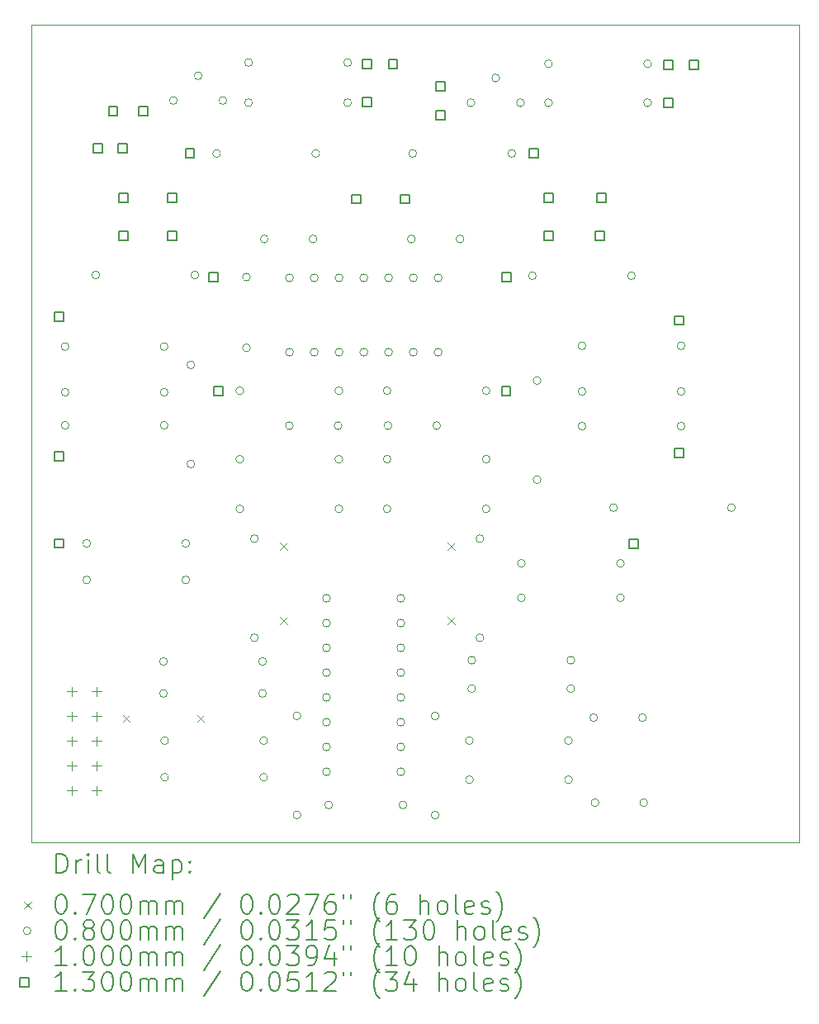
<source format=gbr>
%TF.GenerationSoftware,KiCad,Pcbnew,8.0.8*%
%TF.CreationDate,2026-01-29T15:06:10+11:00*%
%TF.ProjectId,lfo_rw,6c666f5f-7277-42e6-9b69-6361645f7063,rev?*%
%TF.SameCoordinates,PX8b48bd0PY38ecc10*%
%TF.FileFunction,Drillmap*%
%TF.FilePolarity,Positive*%
%FSLAX45Y45*%
G04 Gerber Fmt 4.5, Leading zero omitted, Abs format (unit mm)*
G04 Created by KiCad (PCBNEW 8.0.8) date 2026-01-29 15:06:10*
%MOMM*%
%LPD*%
G01*
G04 APERTURE LIST*
%ADD10C,0.100000*%
%ADD11C,0.200000*%
%ADD12C,0.130000*%
G04 APERTURE END LIST*
D10*
X-7493000Y381000D02*
X381000Y381000D01*
X381000Y-8001000D01*
X-7493000Y-8001000D01*
X-7493000Y381000D01*
D11*
D10*
X-6554681Y-6696000D02*
X-6484681Y-6766000D01*
X-6484681Y-6696000D02*
X-6554681Y-6766000D01*
X-5792681Y-6696000D02*
X-5722681Y-6766000D01*
X-5722681Y-6696000D02*
X-5792681Y-6766000D01*
X-4942789Y-4931973D02*
X-4872789Y-5001973D01*
X-4872789Y-4931973D02*
X-4942789Y-5001973D01*
X-4942789Y-5693973D02*
X-4872789Y-5763973D01*
X-4872789Y-5693973D02*
X-4942789Y-5763973D01*
X-3223047Y-4931973D02*
X-3153047Y-5001973D01*
X-3153047Y-4931973D02*
X-3223047Y-5001973D01*
X-3223047Y-5693973D02*
X-3153047Y-5763973D01*
X-3153047Y-5693973D02*
X-3223047Y-5763973D01*
X-7108726Y-2920554D02*
G75*
G02*
X-7188726Y-2920554I-40000J0D01*
G01*
X-7188726Y-2920554D02*
G75*
G02*
X-7108726Y-2920554I40000J0D01*
G01*
X-7108726Y-3388840D02*
G75*
G02*
X-7188726Y-3388840I-40000J0D01*
G01*
X-7188726Y-3388840D02*
G75*
G02*
X-7108726Y-3388840I40000J0D01*
G01*
X-7108726Y-3727944D02*
G75*
G02*
X-7188726Y-3727944I-40000J0D01*
G01*
X-7188726Y-3727944D02*
G75*
G02*
X-7108726Y-3727944I40000J0D01*
G01*
X-6885887Y-4937818D02*
G75*
G02*
X-6965887Y-4937818I-40000J0D01*
G01*
X-6965887Y-4937818D02*
G75*
G02*
X-6885887Y-4937818I40000J0D01*
G01*
X-6885887Y-5313255D02*
G75*
G02*
X-6965887Y-5313255I-40000J0D01*
G01*
X-6965887Y-5313255D02*
G75*
G02*
X-6885887Y-5313255I40000J0D01*
G01*
X-6793844Y-2185829D02*
G75*
G02*
X-6873844Y-2185829I-40000J0D01*
G01*
X-6873844Y-2185829D02*
G75*
G02*
X-6793844Y-2185829I40000J0D01*
G01*
X-6098681Y-6148904D02*
G75*
G02*
X-6178681Y-6148904I-40000J0D01*
G01*
X-6178681Y-6148904D02*
G75*
G02*
X-6098681Y-6148904I40000J0D01*
G01*
X-6098681Y-6475897D02*
G75*
G02*
X-6178681Y-6475897I-40000J0D01*
G01*
X-6178681Y-6475897D02*
G75*
G02*
X-6098681Y-6475897I40000J0D01*
G01*
X-6092726Y-2920554D02*
G75*
G02*
X-6172726Y-2920554I-40000J0D01*
G01*
X-6172726Y-2920554D02*
G75*
G02*
X-6092726Y-2920554I40000J0D01*
G01*
X-6092726Y-3388840D02*
G75*
G02*
X-6172726Y-3388840I-40000J0D01*
G01*
X-6172726Y-3388840D02*
G75*
G02*
X-6092726Y-3388840I40000J0D01*
G01*
X-6092726Y-3727944D02*
G75*
G02*
X-6172726Y-3727944I-40000J0D01*
G01*
X-6172726Y-3727944D02*
G75*
G02*
X-6092726Y-3727944I40000J0D01*
G01*
X-6087226Y-6960331D02*
G75*
G02*
X-6167226Y-6960331I-40000J0D01*
G01*
X-6167226Y-6960331D02*
G75*
G02*
X-6087226Y-6960331I40000J0D01*
G01*
X-6087226Y-7335767D02*
G75*
G02*
X-6167226Y-7335767I-40000J0D01*
G01*
X-6167226Y-7335767D02*
G75*
G02*
X-6087226Y-7335767I40000J0D01*
G01*
X-5998135Y-396652D02*
G75*
G02*
X-6078135Y-396652I-40000J0D01*
G01*
X-6078135Y-396652D02*
G75*
G02*
X-5998135Y-396652I40000J0D01*
G01*
X-5869887Y-4937818D02*
G75*
G02*
X-5949887Y-4937818I-40000J0D01*
G01*
X-5949887Y-4937818D02*
G75*
G02*
X-5869887Y-4937818I40000J0D01*
G01*
X-5869887Y-5313255D02*
G75*
G02*
X-5949887Y-5313255I-40000J0D01*
G01*
X-5949887Y-5313255D02*
G75*
G02*
X-5869887Y-5313255I40000J0D01*
G01*
X-5818856Y-3107680D02*
G75*
G02*
X-5898856Y-3107680I-40000J0D01*
G01*
X-5898856Y-3107680D02*
G75*
G02*
X-5818856Y-3107680I40000J0D01*
G01*
X-5818856Y-4123680D02*
G75*
G02*
X-5898856Y-4123680I-40000J0D01*
G01*
X-5898856Y-4123680D02*
G75*
G02*
X-5818856Y-4123680I40000J0D01*
G01*
X-5777844Y-2185829D02*
G75*
G02*
X-5857844Y-2185829I-40000J0D01*
G01*
X-5857844Y-2185829D02*
G75*
G02*
X-5777844Y-2185829I40000J0D01*
G01*
X-5744135Y-142652D02*
G75*
G02*
X-5824135Y-142652I-40000J0D01*
G01*
X-5824135Y-142652D02*
G75*
G02*
X-5744135Y-142652I40000J0D01*
G01*
X-5553693Y-940631D02*
G75*
G02*
X-5633693Y-940631I-40000J0D01*
G01*
X-5633693Y-940631D02*
G75*
G02*
X-5553693Y-940631I40000J0D01*
G01*
X-5490135Y-396652D02*
G75*
G02*
X-5570135Y-396652I-40000J0D01*
G01*
X-5570135Y-396652D02*
G75*
G02*
X-5490135Y-396652I40000J0D01*
G01*
X-5316320Y-3372692D02*
G75*
G02*
X-5396320Y-3372692I-40000J0D01*
G01*
X-5396320Y-3372692D02*
G75*
G02*
X-5316320Y-3372692I40000J0D01*
G01*
X-5316320Y-4075122D02*
G75*
G02*
X-5396320Y-4075122I-40000J0D01*
G01*
X-5396320Y-4075122D02*
G75*
G02*
X-5316320Y-4075122I40000J0D01*
G01*
X-5316320Y-4583778D02*
G75*
G02*
X-5396320Y-4583778I-40000J0D01*
G01*
X-5396320Y-4583778D02*
G75*
G02*
X-5316320Y-4583778I40000J0D01*
G01*
X-5248311Y-2208011D02*
G75*
G02*
X-5328311Y-2208011I-40000J0D01*
G01*
X-5328311Y-2208011D02*
G75*
G02*
X-5248311Y-2208011I40000J0D01*
G01*
X-5248311Y-2932191D02*
G75*
G02*
X-5328311Y-2932191I-40000J0D01*
G01*
X-5328311Y-2932191D02*
G75*
G02*
X-5248311Y-2932191I40000J0D01*
G01*
X-5226700Y-8095D02*
G75*
G02*
X-5306700Y-8095I-40000J0D01*
G01*
X-5306700Y-8095D02*
G75*
G02*
X-5226700Y-8095I40000J0D01*
G01*
X-5226700Y-419864D02*
G75*
G02*
X-5306700Y-419864I-40000J0D01*
G01*
X-5306700Y-419864D02*
G75*
G02*
X-5226700Y-419864I40000J0D01*
G01*
X-5166801Y-4890031D02*
G75*
G02*
X-5246801Y-4890031I-40000J0D01*
G01*
X-5246801Y-4890031D02*
G75*
G02*
X-5166801Y-4890031I40000J0D01*
G01*
X-5166801Y-5906031D02*
G75*
G02*
X-5246801Y-5906031I-40000J0D01*
G01*
X-5246801Y-5906031D02*
G75*
G02*
X-5166801Y-5906031I40000J0D01*
G01*
X-5082681Y-6148904D02*
G75*
G02*
X-5162681Y-6148904I-40000J0D01*
G01*
X-5162681Y-6148904D02*
G75*
G02*
X-5082681Y-6148904I40000J0D01*
G01*
X-5082681Y-6475897D02*
G75*
G02*
X-5162681Y-6475897I-40000J0D01*
G01*
X-5162681Y-6475897D02*
G75*
G02*
X-5082681Y-6475897I40000J0D01*
G01*
X-5071226Y-6960331D02*
G75*
G02*
X-5151226Y-6960331I-40000J0D01*
G01*
X-5151226Y-6960331D02*
G75*
G02*
X-5071226Y-6960331I40000J0D01*
G01*
X-5071226Y-7335767D02*
G75*
G02*
X-5151226Y-7335767I-40000J0D01*
G01*
X-5151226Y-7335767D02*
G75*
G02*
X-5071226Y-7335767I40000J0D01*
G01*
X-5065499Y-1817659D02*
G75*
G02*
X-5145499Y-1817659I-40000J0D01*
G01*
X-5145499Y-1817659D02*
G75*
G02*
X-5065499Y-1817659I40000J0D01*
G01*
X-4808320Y-3731173D02*
G75*
G02*
X-4888320Y-3731173I-40000J0D01*
G01*
X-4888320Y-3731173D02*
G75*
G02*
X-4808320Y-3731173I40000J0D01*
G01*
X-4806239Y-2215787D02*
G75*
G02*
X-4886239Y-2215787I-40000J0D01*
G01*
X-4886239Y-2215787D02*
G75*
G02*
X-4806239Y-2215787I40000J0D01*
G01*
X-4806239Y-2977787D02*
G75*
G02*
X-4886239Y-2977787I-40000J0D01*
G01*
X-4886239Y-2977787D02*
G75*
G02*
X-4806239Y-2977787I40000J0D01*
G01*
X-4730811Y-6706659D02*
G75*
G02*
X-4810811Y-6706659I-40000J0D01*
G01*
X-4810811Y-6706659D02*
G75*
G02*
X-4730811Y-6706659I40000J0D01*
G01*
X-4730811Y-7722659D02*
G75*
G02*
X-4810811Y-7722659I-40000J0D01*
G01*
X-4810811Y-7722659D02*
G75*
G02*
X-4730811Y-7722659I40000J0D01*
G01*
X-4565499Y-1817659D02*
G75*
G02*
X-4645499Y-1817659I-40000J0D01*
G01*
X-4645499Y-1817659D02*
G75*
G02*
X-4565499Y-1817659I40000J0D01*
G01*
X-4552239Y-2215787D02*
G75*
G02*
X-4632239Y-2215787I-40000J0D01*
G01*
X-4632239Y-2215787D02*
G75*
G02*
X-4552239Y-2215787I40000J0D01*
G01*
X-4552239Y-2977787D02*
G75*
G02*
X-4632239Y-2977787I-40000J0D01*
G01*
X-4632239Y-2977787D02*
G75*
G02*
X-4552239Y-2977787I40000J0D01*
G01*
X-4537693Y-940631D02*
G75*
G02*
X-4617693Y-940631I-40000J0D01*
G01*
X-4617693Y-940631D02*
G75*
G02*
X-4537693Y-940631I40000J0D01*
G01*
X-4427788Y-5501630D02*
G75*
G02*
X-4507788Y-5501630I-40000J0D01*
G01*
X-4507788Y-5501630D02*
G75*
G02*
X-4427788Y-5501630I40000J0D01*
G01*
X-4427788Y-5755630D02*
G75*
G02*
X-4507788Y-5755630I-40000J0D01*
G01*
X-4507788Y-5755630D02*
G75*
G02*
X-4427788Y-5755630I40000J0D01*
G01*
X-4427788Y-6009630D02*
G75*
G02*
X-4507788Y-6009630I-40000J0D01*
G01*
X-4507788Y-6009630D02*
G75*
G02*
X-4427788Y-6009630I40000J0D01*
G01*
X-4427788Y-6263630D02*
G75*
G02*
X-4507788Y-6263630I-40000J0D01*
G01*
X-4507788Y-6263630D02*
G75*
G02*
X-4427788Y-6263630I40000J0D01*
G01*
X-4427788Y-6517630D02*
G75*
G02*
X-4507788Y-6517630I-40000J0D01*
G01*
X-4507788Y-6517630D02*
G75*
G02*
X-4427788Y-6517630I40000J0D01*
G01*
X-4427788Y-6771630D02*
G75*
G02*
X-4507788Y-6771630I-40000J0D01*
G01*
X-4507788Y-6771630D02*
G75*
G02*
X-4427788Y-6771630I40000J0D01*
G01*
X-4427788Y-7025630D02*
G75*
G02*
X-4507788Y-7025630I-40000J0D01*
G01*
X-4507788Y-7025630D02*
G75*
G02*
X-4427788Y-7025630I40000J0D01*
G01*
X-4427788Y-7279630D02*
G75*
G02*
X-4507788Y-7279630I-40000J0D01*
G01*
X-4507788Y-7279630D02*
G75*
G02*
X-4427788Y-7279630I40000J0D01*
G01*
X-4405000Y-7620000D02*
G75*
G02*
X-4485000Y-7620000I-40000J0D01*
G01*
X-4485000Y-7620000D02*
G75*
G02*
X-4405000Y-7620000I40000J0D01*
G01*
X-4308320Y-3731173D02*
G75*
G02*
X-4388320Y-3731173I-40000J0D01*
G01*
X-4388320Y-3731173D02*
G75*
G02*
X-4308320Y-3731173I40000J0D01*
G01*
X-4300320Y-3372692D02*
G75*
G02*
X-4380320Y-3372692I-40000J0D01*
G01*
X-4380320Y-3372692D02*
G75*
G02*
X-4300320Y-3372692I40000J0D01*
G01*
X-4300320Y-4075122D02*
G75*
G02*
X-4380320Y-4075122I-40000J0D01*
G01*
X-4380320Y-4075122D02*
G75*
G02*
X-4300320Y-4075122I40000J0D01*
G01*
X-4300320Y-4583778D02*
G75*
G02*
X-4380320Y-4583778I-40000J0D01*
G01*
X-4380320Y-4583778D02*
G75*
G02*
X-4300320Y-4583778I40000J0D01*
G01*
X-4298239Y-2215787D02*
G75*
G02*
X-4378239Y-2215787I-40000J0D01*
G01*
X-4378239Y-2215787D02*
G75*
G02*
X-4298239Y-2215787I40000J0D01*
G01*
X-4298239Y-2977787D02*
G75*
G02*
X-4378239Y-2977787I-40000J0D01*
G01*
X-4378239Y-2977787D02*
G75*
G02*
X-4298239Y-2977787I40000J0D01*
G01*
X-4210700Y-8095D02*
G75*
G02*
X-4290700Y-8095I-40000J0D01*
G01*
X-4290700Y-8095D02*
G75*
G02*
X-4210700Y-8095I40000J0D01*
G01*
X-4210700Y-419864D02*
G75*
G02*
X-4290700Y-419864I-40000J0D01*
G01*
X-4290700Y-419864D02*
G75*
G02*
X-4210700Y-419864I40000J0D01*
G01*
X-4044239Y-2215787D02*
G75*
G02*
X-4124239Y-2215787I-40000J0D01*
G01*
X-4124239Y-2215787D02*
G75*
G02*
X-4044239Y-2215787I40000J0D01*
G01*
X-4044239Y-2977787D02*
G75*
G02*
X-4124239Y-2977787I-40000J0D01*
G01*
X-4124239Y-2977787D02*
G75*
G02*
X-4044239Y-2977787I40000J0D01*
G01*
X-3806500Y-3372692D02*
G75*
G02*
X-3886500Y-3372692I-40000J0D01*
G01*
X-3886500Y-3372692D02*
G75*
G02*
X-3806500Y-3372692I40000J0D01*
G01*
X-3806500Y-4075122D02*
G75*
G02*
X-3886500Y-4075122I-40000J0D01*
G01*
X-3886500Y-4075122D02*
G75*
G02*
X-3806500Y-4075122I40000J0D01*
G01*
X-3806500Y-4583778D02*
G75*
G02*
X-3886500Y-4583778I-40000J0D01*
G01*
X-3886500Y-4583778D02*
G75*
G02*
X-3806500Y-4583778I40000J0D01*
G01*
X-3797314Y-3731173D02*
G75*
G02*
X-3877314Y-3731173I-40000J0D01*
G01*
X-3877314Y-3731173D02*
G75*
G02*
X-3797314Y-3731173I40000J0D01*
G01*
X-3790239Y-2215787D02*
G75*
G02*
X-3870239Y-2215787I-40000J0D01*
G01*
X-3870239Y-2215787D02*
G75*
G02*
X-3790239Y-2215787I40000J0D01*
G01*
X-3790239Y-2977787D02*
G75*
G02*
X-3870239Y-2977787I-40000J0D01*
G01*
X-3870239Y-2977787D02*
G75*
G02*
X-3790239Y-2977787I40000J0D01*
G01*
X-3665788Y-5501630D02*
G75*
G02*
X-3745788Y-5501630I-40000J0D01*
G01*
X-3745788Y-5501630D02*
G75*
G02*
X-3665788Y-5501630I40000J0D01*
G01*
X-3665788Y-5755630D02*
G75*
G02*
X-3745788Y-5755630I-40000J0D01*
G01*
X-3745788Y-5755630D02*
G75*
G02*
X-3665788Y-5755630I40000J0D01*
G01*
X-3665788Y-6009630D02*
G75*
G02*
X-3745788Y-6009630I-40000J0D01*
G01*
X-3745788Y-6009630D02*
G75*
G02*
X-3665788Y-6009630I40000J0D01*
G01*
X-3665788Y-6263630D02*
G75*
G02*
X-3745788Y-6263630I-40000J0D01*
G01*
X-3745788Y-6263630D02*
G75*
G02*
X-3665788Y-6263630I40000J0D01*
G01*
X-3665788Y-6517630D02*
G75*
G02*
X-3745788Y-6517630I-40000J0D01*
G01*
X-3745788Y-6517630D02*
G75*
G02*
X-3665788Y-6517630I40000J0D01*
G01*
X-3665788Y-6771630D02*
G75*
G02*
X-3745788Y-6771630I-40000J0D01*
G01*
X-3745788Y-6771630D02*
G75*
G02*
X-3665788Y-6771630I40000J0D01*
G01*
X-3665788Y-7025630D02*
G75*
G02*
X-3745788Y-7025630I-40000J0D01*
G01*
X-3745788Y-7025630D02*
G75*
G02*
X-3665788Y-7025630I40000J0D01*
G01*
X-3665788Y-7279630D02*
G75*
G02*
X-3745788Y-7279630I-40000J0D01*
G01*
X-3745788Y-7279630D02*
G75*
G02*
X-3665788Y-7279630I40000J0D01*
G01*
X-3643000Y-7620000D02*
G75*
G02*
X-3723000Y-7620000I-40000J0D01*
G01*
X-3723000Y-7620000D02*
G75*
G02*
X-3643000Y-7620000I40000J0D01*
G01*
X-3557403Y-1817659D02*
G75*
G02*
X-3637403Y-1817659I-40000J0D01*
G01*
X-3637403Y-1817659D02*
G75*
G02*
X-3557403Y-1817659I40000J0D01*
G01*
X-3543291Y-940631D02*
G75*
G02*
X-3623291Y-940631I-40000J0D01*
G01*
X-3623291Y-940631D02*
G75*
G02*
X-3543291Y-940631I40000J0D01*
G01*
X-3536239Y-2215787D02*
G75*
G02*
X-3616239Y-2215787I-40000J0D01*
G01*
X-3616239Y-2215787D02*
G75*
G02*
X-3536239Y-2215787I40000J0D01*
G01*
X-3536239Y-2977787D02*
G75*
G02*
X-3616239Y-2977787I-40000J0D01*
G01*
X-3616239Y-2977787D02*
G75*
G02*
X-3536239Y-2977787I40000J0D01*
G01*
X-3313841Y-6706659D02*
G75*
G02*
X-3393841Y-6706659I-40000J0D01*
G01*
X-3393841Y-6706659D02*
G75*
G02*
X-3313841Y-6706659I40000J0D01*
G01*
X-3313841Y-7722659D02*
G75*
G02*
X-3393841Y-7722659I-40000J0D01*
G01*
X-3393841Y-7722659D02*
G75*
G02*
X-3313841Y-7722659I40000J0D01*
G01*
X-3297314Y-3731173D02*
G75*
G02*
X-3377314Y-3731173I-40000J0D01*
G01*
X-3377314Y-3731173D02*
G75*
G02*
X-3297314Y-3731173I40000J0D01*
G01*
X-3282239Y-2215787D02*
G75*
G02*
X-3362239Y-2215787I-40000J0D01*
G01*
X-3362239Y-2215787D02*
G75*
G02*
X-3282239Y-2215787I40000J0D01*
G01*
X-3282239Y-2977787D02*
G75*
G02*
X-3362239Y-2977787I-40000J0D01*
G01*
X-3362239Y-2977787D02*
G75*
G02*
X-3282239Y-2977787I40000J0D01*
G01*
X-3057403Y-1817659D02*
G75*
G02*
X-3137403Y-1817659I-40000J0D01*
G01*
X-3137403Y-1817659D02*
G75*
G02*
X-3057403Y-1817659I40000J0D01*
G01*
X-2961970Y-6960331D02*
G75*
G02*
X-3041970Y-6960331I-40000J0D01*
G01*
X-3041970Y-6960331D02*
G75*
G02*
X-2961970Y-6960331I40000J0D01*
G01*
X-2961970Y-7359989D02*
G75*
G02*
X-3041970Y-7359989I-40000J0D01*
G01*
X-3041970Y-7359989D02*
G75*
G02*
X-2961970Y-7359989I40000J0D01*
G01*
X-2946200Y-419864D02*
G75*
G02*
X-3026200Y-419864I-40000J0D01*
G01*
X-3026200Y-419864D02*
G75*
G02*
X-2946200Y-419864I40000J0D01*
G01*
X-2937748Y-6136793D02*
G75*
G02*
X-3017748Y-6136793I-40000J0D01*
G01*
X-3017748Y-6136793D02*
G75*
G02*
X-2937748Y-6136793I40000J0D01*
G01*
X-2937748Y-6427453D02*
G75*
G02*
X-3017748Y-6427453I-40000J0D01*
G01*
X-3017748Y-6427453D02*
G75*
G02*
X-2937748Y-6427453I40000J0D01*
G01*
X-2853628Y-4890031D02*
G75*
G02*
X-2933628Y-4890031I-40000J0D01*
G01*
X-2933628Y-4890031D02*
G75*
G02*
X-2853628Y-4890031I40000J0D01*
G01*
X-2853628Y-5906031D02*
G75*
G02*
X-2933628Y-5906031I-40000J0D01*
G01*
X-2933628Y-5906031D02*
G75*
G02*
X-2853628Y-5906031I40000J0D01*
G01*
X-2790500Y-3372692D02*
G75*
G02*
X-2870500Y-3372692I-40000J0D01*
G01*
X-2870500Y-3372692D02*
G75*
G02*
X-2790500Y-3372692I40000J0D01*
G01*
X-2790500Y-4075122D02*
G75*
G02*
X-2870500Y-4075122I-40000J0D01*
G01*
X-2870500Y-4075122D02*
G75*
G02*
X-2790500Y-4075122I40000J0D01*
G01*
X-2790500Y-4583778D02*
G75*
G02*
X-2870500Y-4583778I-40000J0D01*
G01*
X-2870500Y-4583778D02*
G75*
G02*
X-2790500Y-4583778I40000J0D01*
G01*
X-2692200Y-165864D02*
G75*
G02*
X-2772200Y-165864I-40000J0D01*
G01*
X-2772200Y-165864D02*
G75*
G02*
X-2692200Y-165864I40000J0D01*
G01*
X-2527291Y-940631D02*
G75*
G02*
X-2607291Y-940631I-40000J0D01*
G01*
X-2607291Y-940631D02*
G75*
G02*
X-2527291Y-940631I40000J0D01*
G01*
X-2438200Y-419864D02*
G75*
G02*
X-2518200Y-419864I-40000J0D01*
G01*
X-2518200Y-419864D02*
G75*
G02*
X-2438200Y-419864I40000J0D01*
G01*
X-2429093Y-5143703D02*
G75*
G02*
X-2509093Y-5143703I-40000J0D01*
G01*
X-2509093Y-5143703D02*
G75*
G02*
X-2429093Y-5143703I40000J0D01*
G01*
X-2429093Y-5494918D02*
G75*
G02*
X-2509093Y-5494918I-40000J0D01*
G01*
X-2509093Y-5494918D02*
G75*
G02*
X-2429093Y-5494918I40000J0D01*
G01*
X-2316058Y-2193903D02*
G75*
G02*
X-2396058Y-2193903I-40000J0D01*
G01*
X-2396058Y-2193903D02*
G75*
G02*
X-2316058Y-2193903I40000J0D01*
G01*
X-2268270Y-3267832D02*
G75*
G02*
X-2348270Y-3267832I-40000J0D01*
G01*
X-2348270Y-3267832D02*
G75*
G02*
X-2268270Y-3267832I40000J0D01*
G01*
X-2268270Y-4283832D02*
G75*
G02*
X-2348270Y-4283832I-40000J0D01*
G01*
X-2348270Y-4283832D02*
G75*
G02*
X-2268270Y-4283832I40000J0D01*
G01*
X-2150543Y-20206D02*
G75*
G02*
X-2230543Y-20206I-40000J0D01*
G01*
X-2230543Y-20206D02*
G75*
G02*
X-2150543Y-20206I40000J0D01*
G01*
X-2150543Y-419864D02*
G75*
G02*
X-2230543Y-419864I-40000J0D01*
G01*
X-2230543Y-419864D02*
G75*
G02*
X-2150543Y-419864I40000J0D01*
G01*
X-1945970Y-6960331D02*
G75*
G02*
X-2025970Y-6960331I-40000J0D01*
G01*
X-2025970Y-6960331D02*
G75*
G02*
X-1945970Y-6960331I40000J0D01*
G01*
X-1945970Y-7359989D02*
G75*
G02*
X-2025970Y-7359989I-40000J0D01*
G01*
X-2025970Y-7359989D02*
G75*
G02*
X-1945970Y-7359989I40000J0D01*
G01*
X-1921748Y-6136793D02*
G75*
G02*
X-2001748Y-6136793I-40000J0D01*
G01*
X-2001748Y-6136793D02*
G75*
G02*
X-1921748Y-6136793I40000J0D01*
G01*
X-1921748Y-6427453D02*
G75*
G02*
X-2001748Y-6427453I-40000J0D01*
G01*
X-2001748Y-6427453D02*
G75*
G02*
X-1921748Y-6427453I40000J0D01*
G01*
X-1807402Y-2912480D02*
G75*
G02*
X-1887402Y-2912480I-40000J0D01*
G01*
X-1887402Y-2912480D02*
G75*
G02*
X-1807402Y-2912480I40000J0D01*
G01*
X-1807402Y-3380766D02*
G75*
G02*
X-1887402Y-3380766I-40000J0D01*
G01*
X-1887402Y-3380766D02*
G75*
G02*
X-1807402Y-3380766I40000J0D01*
G01*
X-1807402Y-3736018D02*
G75*
G02*
X-1887402Y-3736018I-40000J0D01*
G01*
X-1887402Y-3736018D02*
G75*
G02*
X-1807402Y-3736018I40000J0D01*
G01*
X-1686671Y-6724573D02*
G75*
G02*
X-1766671Y-6724573I-40000J0D01*
G01*
X-1766671Y-6724573D02*
G75*
G02*
X-1686671Y-6724573I40000J0D01*
G01*
X-1674560Y-7596554D02*
G75*
G02*
X-1754560Y-7596554I-40000J0D01*
G01*
X-1754560Y-7596554D02*
G75*
G02*
X-1674560Y-7596554I40000J0D01*
G01*
X-1484000Y-4572000D02*
G75*
G02*
X-1564000Y-4572000I-40000J0D01*
G01*
X-1564000Y-4572000D02*
G75*
G02*
X-1484000Y-4572000I40000J0D01*
G01*
X-1413092Y-5143703D02*
G75*
G02*
X-1493092Y-5143703I-40000J0D01*
G01*
X-1493092Y-5143703D02*
G75*
G02*
X-1413092Y-5143703I40000J0D01*
G01*
X-1413092Y-5494918D02*
G75*
G02*
X-1493092Y-5494918I-40000J0D01*
G01*
X-1493092Y-5494918D02*
G75*
G02*
X-1413092Y-5494918I40000J0D01*
G01*
X-1300058Y-2193903D02*
G75*
G02*
X-1380058Y-2193903I-40000J0D01*
G01*
X-1380058Y-2193903D02*
G75*
G02*
X-1300058Y-2193903I40000J0D01*
G01*
X-1186671Y-6724573D02*
G75*
G02*
X-1266671Y-6724573I-40000J0D01*
G01*
X-1266671Y-6724573D02*
G75*
G02*
X-1186671Y-6724573I40000J0D01*
G01*
X-1174560Y-7596554D02*
G75*
G02*
X-1254560Y-7596554I-40000J0D01*
G01*
X-1254560Y-7596554D02*
G75*
G02*
X-1174560Y-7596554I40000J0D01*
G01*
X-1134543Y-20206D02*
G75*
G02*
X-1214543Y-20206I-40000J0D01*
G01*
X-1214543Y-20206D02*
G75*
G02*
X-1134543Y-20206I40000J0D01*
G01*
X-1134543Y-419864D02*
G75*
G02*
X-1214543Y-419864I-40000J0D01*
G01*
X-1214543Y-419864D02*
G75*
G02*
X-1134543Y-419864I40000J0D01*
G01*
X-791402Y-2912480D02*
G75*
G02*
X-871402Y-2912480I-40000J0D01*
G01*
X-871402Y-2912480D02*
G75*
G02*
X-791402Y-2912480I40000J0D01*
G01*
X-791402Y-3380766D02*
G75*
G02*
X-871402Y-3380766I-40000J0D01*
G01*
X-871402Y-3380766D02*
G75*
G02*
X-791402Y-3380766I40000J0D01*
G01*
X-791402Y-3736018D02*
G75*
G02*
X-871402Y-3736018I-40000J0D01*
G01*
X-871402Y-3736018D02*
G75*
G02*
X-791402Y-3736018I40000J0D01*
G01*
X-275227Y-4570876D02*
G75*
G02*
X-355227Y-4570876I-40000J0D01*
G01*
X-355227Y-4570876D02*
G75*
G02*
X-275227Y-4570876I40000J0D01*
G01*
X-7077254Y-6407288D02*
X-7077254Y-6507288D01*
X-7127254Y-6457288D02*
X-7027254Y-6457288D01*
X-7077254Y-6661288D02*
X-7077254Y-6761288D01*
X-7127254Y-6711288D02*
X-7027254Y-6711288D01*
X-7077254Y-6915288D02*
X-7077254Y-7015288D01*
X-7127254Y-6965288D02*
X-7027254Y-6965288D01*
X-7077254Y-7169288D02*
X-7077254Y-7269288D01*
X-7127254Y-7219288D02*
X-7027254Y-7219288D01*
X-7077254Y-7423288D02*
X-7077254Y-7523288D01*
X-7127254Y-7473288D02*
X-7027254Y-7473288D01*
X-6823254Y-6407288D02*
X-6823254Y-6507288D01*
X-6873254Y-6457288D02*
X-6773254Y-6457288D01*
X-6823254Y-6661288D02*
X-6823254Y-6761288D01*
X-6873254Y-6711288D02*
X-6773254Y-6711288D01*
X-6823254Y-6915288D02*
X-6823254Y-7015288D01*
X-6873254Y-6965288D02*
X-6773254Y-6965288D01*
X-6823254Y-7169288D02*
X-6823254Y-7269288D01*
X-6873254Y-7219288D02*
X-6773254Y-7219288D01*
X-6823254Y-7423288D02*
X-6823254Y-7523288D01*
X-6873254Y-7473288D02*
X-6773254Y-7473288D01*
D12*
X-7166926Y-2661323D02*
X-7166926Y-2569398D01*
X-7258850Y-2569398D01*
X-7258850Y-2661323D01*
X-7166926Y-2661323D01*
X-7166926Y-4090403D02*
X-7166926Y-3998479D01*
X-7258850Y-3998479D01*
X-7258850Y-4090403D01*
X-7166926Y-4090403D01*
X-7166926Y-4983781D02*
X-7166926Y-4891856D01*
X-7258850Y-4891856D01*
X-7258850Y-4983781D01*
X-7166926Y-4983781D01*
X-6767267Y-932498D02*
X-6767267Y-840573D01*
X-6859192Y-840573D01*
X-6859192Y-932498D01*
X-6767267Y-932498D01*
X-6609826Y-553962D02*
X-6609826Y-462038D01*
X-6701751Y-462038D01*
X-6701751Y-553962D01*
X-6609826Y-553962D01*
X-6512939Y-932498D02*
X-6512939Y-840573D01*
X-6604864Y-840573D01*
X-6604864Y-932498D01*
X-6512939Y-932498D01*
X-6500829Y-1442962D02*
X-6500829Y-1351038D01*
X-6592753Y-1351038D01*
X-6592753Y-1442962D01*
X-6500829Y-1442962D01*
X-6500829Y-1828701D02*
X-6500829Y-1736777D01*
X-6592753Y-1736777D01*
X-6592753Y-1828701D01*
X-6500829Y-1828701D01*
X-6304038Y-553962D02*
X-6304038Y-462038D01*
X-6395962Y-462038D01*
X-6395962Y-553962D01*
X-6304038Y-553962D01*
X-6004284Y-1442962D02*
X-6004284Y-1351038D01*
X-6096208Y-1351038D01*
X-6096208Y-1442962D01*
X-6004284Y-1442962D01*
X-6004284Y-1828701D02*
X-6004284Y-1736777D01*
X-6096208Y-1736777D01*
X-6096208Y-1828701D01*
X-6004284Y-1828701D01*
X-5822621Y-986593D02*
X-5822621Y-894668D01*
X-5914546Y-894668D01*
X-5914546Y-986593D01*
X-5822621Y-986593D01*
X-5580404Y-2252581D02*
X-5580404Y-2160657D01*
X-5672328Y-2160657D01*
X-5672328Y-2252581D01*
X-5580404Y-2252581D01*
X-5528053Y-3420738D02*
X-5528053Y-3328813D01*
X-5619978Y-3328813D01*
X-5619978Y-3420738D01*
X-5528053Y-3420738D01*
X-4114990Y-1453265D02*
X-4114990Y-1361340D01*
X-4206915Y-1361340D01*
X-4206915Y-1453265D01*
X-4114990Y-1453265D01*
X-4005993Y-72628D02*
X-4005993Y19297D01*
X-4097917Y19297D01*
X-4097917Y-72628D01*
X-4005993Y-72628D01*
X-4005993Y-460175D02*
X-4005993Y-368250D01*
X-4097917Y-368250D01*
X-4097917Y-460175D01*
X-4005993Y-460175D01*
X-3739554Y-72628D02*
X-3739554Y19297D01*
X-3831479Y19297D01*
X-3831479Y-72628D01*
X-3739554Y-72628D01*
X-3618445Y-1453265D02*
X-3618445Y-1361340D01*
X-3710370Y-1361340D01*
X-3710370Y-1453265D01*
X-3618445Y-1453265D01*
X-3256038Y-299962D02*
X-3256038Y-208038D01*
X-3347962Y-208038D01*
X-3347962Y-299962D01*
X-3256038Y-299962D01*
X-3256038Y-593394D02*
X-3256038Y-501469D01*
X-3347962Y-501469D01*
X-3347962Y-593394D01*
X-3256038Y-593394D01*
X-2579491Y-3420738D02*
X-2579491Y-3328813D01*
X-2671415Y-3328813D01*
X-2671415Y-3420738D01*
X-2579491Y-3420738D01*
X-2576912Y-2252581D02*
X-2576912Y-2160657D01*
X-2668837Y-2160657D01*
X-2668837Y-2252581D01*
X-2576912Y-2252581D01*
X-2298362Y-980942D02*
X-2298362Y-889017D01*
X-2390287Y-889017D01*
X-2390287Y-980942D01*
X-2298362Y-980942D01*
X-2140921Y-1442962D02*
X-2140921Y-1351038D01*
X-2232846Y-1351038D01*
X-2232846Y-1442962D01*
X-2140921Y-1442962D01*
X-2140921Y-1828701D02*
X-2140921Y-1736777D01*
X-2232846Y-1736777D01*
X-2232846Y-1828701D01*
X-2140921Y-1828701D01*
X-1620154Y-1828701D02*
X-1620154Y-1736777D01*
X-1712079Y-1736777D01*
X-1712079Y-1828701D01*
X-1620154Y-1828701D01*
X-1605038Y-1442962D02*
X-1605038Y-1351038D01*
X-1696962Y-1351038D01*
X-1696962Y-1442962D01*
X-1605038Y-1442962D01*
X-1268940Y-4984790D02*
X-1268940Y-4892865D01*
X-1360865Y-4892865D01*
X-1360865Y-4984790D01*
X-1268940Y-4984790D01*
X-917725Y-78279D02*
X-917725Y13646D01*
X-1009650Y13646D01*
X-1009650Y-78279D01*
X-917725Y-78279D01*
X-917725Y-465827D02*
X-917725Y-373902D01*
X-1009650Y-373902D01*
X-1009650Y-465827D01*
X-917725Y-465827D01*
X-808727Y-2697655D02*
X-808727Y-2605730D01*
X-900652Y-2605730D01*
X-900652Y-2697655D01*
X-808727Y-2697655D01*
X-808727Y-4054071D02*
X-808727Y-3962146D01*
X-900652Y-3962146D01*
X-900652Y-4054071D01*
X-808727Y-4054071D01*
X-651286Y-78279D02*
X-651286Y13646D01*
X-743211Y13646D01*
X-743211Y-78279D01*
X-651286Y-78279D01*
D11*
X-7237223Y-8317484D02*
X-7237223Y-8117484D01*
X-7237223Y-8117484D02*
X-7189604Y-8117484D01*
X-7189604Y-8117484D02*
X-7161033Y-8127008D01*
X-7161033Y-8127008D02*
X-7141985Y-8146055D01*
X-7141985Y-8146055D02*
X-7132461Y-8165103D01*
X-7132461Y-8165103D02*
X-7122937Y-8203198D01*
X-7122937Y-8203198D02*
X-7122937Y-8231769D01*
X-7122937Y-8231769D02*
X-7132461Y-8269865D01*
X-7132461Y-8269865D02*
X-7141985Y-8288912D01*
X-7141985Y-8288912D02*
X-7161033Y-8307960D01*
X-7161033Y-8307960D02*
X-7189604Y-8317484D01*
X-7189604Y-8317484D02*
X-7237223Y-8317484D01*
X-7037223Y-8317484D02*
X-7037223Y-8184150D01*
X-7037223Y-8222246D02*
X-7027699Y-8203198D01*
X-7027699Y-8203198D02*
X-7018176Y-8193674D01*
X-7018176Y-8193674D02*
X-6999128Y-8184150D01*
X-6999128Y-8184150D02*
X-6980080Y-8184150D01*
X-6913414Y-8317484D02*
X-6913414Y-8184150D01*
X-6913414Y-8117484D02*
X-6922937Y-8127008D01*
X-6922937Y-8127008D02*
X-6913414Y-8136531D01*
X-6913414Y-8136531D02*
X-6903890Y-8127008D01*
X-6903890Y-8127008D02*
X-6913414Y-8117484D01*
X-6913414Y-8117484D02*
X-6913414Y-8136531D01*
X-6789604Y-8317484D02*
X-6808652Y-8307960D01*
X-6808652Y-8307960D02*
X-6818176Y-8288912D01*
X-6818176Y-8288912D02*
X-6818176Y-8117484D01*
X-6684842Y-8317484D02*
X-6703890Y-8307960D01*
X-6703890Y-8307960D02*
X-6713414Y-8288912D01*
X-6713414Y-8288912D02*
X-6713414Y-8117484D01*
X-6456271Y-8317484D02*
X-6456271Y-8117484D01*
X-6456271Y-8117484D02*
X-6389604Y-8260341D01*
X-6389604Y-8260341D02*
X-6322937Y-8117484D01*
X-6322937Y-8117484D02*
X-6322937Y-8317484D01*
X-6141985Y-8317484D02*
X-6141985Y-8212722D01*
X-6141985Y-8212722D02*
X-6151509Y-8193674D01*
X-6151509Y-8193674D02*
X-6170556Y-8184150D01*
X-6170556Y-8184150D02*
X-6208652Y-8184150D01*
X-6208652Y-8184150D02*
X-6227699Y-8193674D01*
X-6141985Y-8307960D02*
X-6161033Y-8317484D01*
X-6161033Y-8317484D02*
X-6208652Y-8317484D01*
X-6208652Y-8317484D02*
X-6227699Y-8307960D01*
X-6227699Y-8307960D02*
X-6237223Y-8288912D01*
X-6237223Y-8288912D02*
X-6237223Y-8269865D01*
X-6237223Y-8269865D02*
X-6227699Y-8250817D01*
X-6227699Y-8250817D02*
X-6208652Y-8241293D01*
X-6208652Y-8241293D02*
X-6161033Y-8241293D01*
X-6161033Y-8241293D02*
X-6141985Y-8231769D01*
X-6046747Y-8184150D02*
X-6046747Y-8384150D01*
X-6046747Y-8193674D02*
X-6027699Y-8184150D01*
X-6027699Y-8184150D02*
X-5989604Y-8184150D01*
X-5989604Y-8184150D02*
X-5970556Y-8193674D01*
X-5970556Y-8193674D02*
X-5961033Y-8203198D01*
X-5961033Y-8203198D02*
X-5951509Y-8222246D01*
X-5951509Y-8222246D02*
X-5951509Y-8279388D01*
X-5951509Y-8279388D02*
X-5961033Y-8298436D01*
X-5961033Y-8298436D02*
X-5970556Y-8307960D01*
X-5970556Y-8307960D02*
X-5989604Y-8317484D01*
X-5989604Y-8317484D02*
X-6027699Y-8317484D01*
X-6027699Y-8317484D02*
X-6046747Y-8307960D01*
X-5865795Y-8298436D02*
X-5856271Y-8307960D01*
X-5856271Y-8307960D02*
X-5865795Y-8317484D01*
X-5865795Y-8317484D02*
X-5875318Y-8307960D01*
X-5875318Y-8307960D02*
X-5865795Y-8298436D01*
X-5865795Y-8298436D02*
X-5865795Y-8317484D01*
X-5865795Y-8193674D02*
X-5856271Y-8203198D01*
X-5856271Y-8203198D02*
X-5865795Y-8212722D01*
X-5865795Y-8212722D02*
X-5875318Y-8203198D01*
X-5875318Y-8203198D02*
X-5865795Y-8193674D01*
X-5865795Y-8193674D02*
X-5865795Y-8212722D01*
D10*
X-7568000Y-8611000D02*
X-7498000Y-8681000D01*
X-7498000Y-8611000D02*
X-7568000Y-8681000D01*
D11*
X-7199128Y-8537484D02*
X-7180080Y-8537484D01*
X-7180080Y-8537484D02*
X-7161033Y-8547008D01*
X-7161033Y-8547008D02*
X-7151509Y-8556531D01*
X-7151509Y-8556531D02*
X-7141985Y-8575579D01*
X-7141985Y-8575579D02*
X-7132461Y-8613674D01*
X-7132461Y-8613674D02*
X-7132461Y-8661293D01*
X-7132461Y-8661293D02*
X-7141985Y-8699389D01*
X-7141985Y-8699389D02*
X-7151509Y-8718436D01*
X-7151509Y-8718436D02*
X-7161033Y-8727960D01*
X-7161033Y-8727960D02*
X-7180080Y-8737484D01*
X-7180080Y-8737484D02*
X-7199128Y-8737484D01*
X-7199128Y-8737484D02*
X-7218176Y-8727960D01*
X-7218176Y-8727960D02*
X-7227699Y-8718436D01*
X-7227699Y-8718436D02*
X-7237223Y-8699389D01*
X-7237223Y-8699389D02*
X-7246747Y-8661293D01*
X-7246747Y-8661293D02*
X-7246747Y-8613674D01*
X-7246747Y-8613674D02*
X-7237223Y-8575579D01*
X-7237223Y-8575579D02*
X-7227699Y-8556531D01*
X-7227699Y-8556531D02*
X-7218176Y-8547008D01*
X-7218176Y-8547008D02*
X-7199128Y-8537484D01*
X-7046747Y-8718436D02*
X-7037223Y-8727960D01*
X-7037223Y-8727960D02*
X-7046747Y-8737484D01*
X-7046747Y-8737484D02*
X-7056271Y-8727960D01*
X-7056271Y-8727960D02*
X-7046747Y-8718436D01*
X-7046747Y-8718436D02*
X-7046747Y-8737484D01*
X-6970556Y-8537484D02*
X-6837223Y-8537484D01*
X-6837223Y-8537484D02*
X-6922937Y-8737484D01*
X-6722937Y-8537484D02*
X-6703890Y-8537484D01*
X-6703890Y-8537484D02*
X-6684842Y-8547008D01*
X-6684842Y-8547008D02*
X-6675318Y-8556531D01*
X-6675318Y-8556531D02*
X-6665795Y-8575579D01*
X-6665795Y-8575579D02*
X-6656271Y-8613674D01*
X-6656271Y-8613674D02*
X-6656271Y-8661293D01*
X-6656271Y-8661293D02*
X-6665795Y-8699389D01*
X-6665795Y-8699389D02*
X-6675318Y-8718436D01*
X-6675318Y-8718436D02*
X-6684842Y-8727960D01*
X-6684842Y-8727960D02*
X-6703890Y-8737484D01*
X-6703890Y-8737484D02*
X-6722937Y-8737484D01*
X-6722937Y-8737484D02*
X-6741985Y-8727960D01*
X-6741985Y-8727960D02*
X-6751509Y-8718436D01*
X-6751509Y-8718436D02*
X-6761033Y-8699389D01*
X-6761033Y-8699389D02*
X-6770556Y-8661293D01*
X-6770556Y-8661293D02*
X-6770556Y-8613674D01*
X-6770556Y-8613674D02*
X-6761033Y-8575579D01*
X-6761033Y-8575579D02*
X-6751509Y-8556531D01*
X-6751509Y-8556531D02*
X-6741985Y-8547008D01*
X-6741985Y-8547008D02*
X-6722937Y-8537484D01*
X-6532461Y-8537484D02*
X-6513414Y-8537484D01*
X-6513414Y-8537484D02*
X-6494366Y-8547008D01*
X-6494366Y-8547008D02*
X-6484842Y-8556531D01*
X-6484842Y-8556531D02*
X-6475318Y-8575579D01*
X-6475318Y-8575579D02*
X-6465795Y-8613674D01*
X-6465795Y-8613674D02*
X-6465795Y-8661293D01*
X-6465795Y-8661293D02*
X-6475318Y-8699389D01*
X-6475318Y-8699389D02*
X-6484842Y-8718436D01*
X-6484842Y-8718436D02*
X-6494366Y-8727960D01*
X-6494366Y-8727960D02*
X-6513414Y-8737484D01*
X-6513414Y-8737484D02*
X-6532461Y-8737484D01*
X-6532461Y-8737484D02*
X-6551509Y-8727960D01*
X-6551509Y-8727960D02*
X-6561033Y-8718436D01*
X-6561033Y-8718436D02*
X-6570556Y-8699389D01*
X-6570556Y-8699389D02*
X-6580080Y-8661293D01*
X-6580080Y-8661293D02*
X-6580080Y-8613674D01*
X-6580080Y-8613674D02*
X-6570556Y-8575579D01*
X-6570556Y-8575579D02*
X-6561033Y-8556531D01*
X-6561033Y-8556531D02*
X-6551509Y-8547008D01*
X-6551509Y-8547008D02*
X-6532461Y-8537484D01*
X-6380080Y-8737484D02*
X-6380080Y-8604150D01*
X-6380080Y-8623198D02*
X-6370556Y-8613674D01*
X-6370556Y-8613674D02*
X-6351509Y-8604150D01*
X-6351509Y-8604150D02*
X-6322937Y-8604150D01*
X-6322937Y-8604150D02*
X-6303890Y-8613674D01*
X-6303890Y-8613674D02*
X-6294366Y-8632722D01*
X-6294366Y-8632722D02*
X-6294366Y-8737484D01*
X-6294366Y-8632722D02*
X-6284842Y-8613674D01*
X-6284842Y-8613674D02*
X-6265795Y-8604150D01*
X-6265795Y-8604150D02*
X-6237223Y-8604150D01*
X-6237223Y-8604150D02*
X-6218175Y-8613674D01*
X-6218175Y-8613674D02*
X-6208652Y-8632722D01*
X-6208652Y-8632722D02*
X-6208652Y-8737484D01*
X-6113414Y-8737484D02*
X-6113414Y-8604150D01*
X-6113414Y-8623198D02*
X-6103890Y-8613674D01*
X-6103890Y-8613674D02*
X-6084842Y-8604150D01*
X-6084842Y-8604150D02*
X-6056271Y-8604150D01*
X-6056271Y-8604150D02*
X-6037223Y-8613674D01*
X-6037223Y-8613674D02*
X-6027699Y-8632722D01*
X-6027699Y-8632722D02*
X-6027699Y-8737484D01*
X-6027699Y-8632722D02*
X-6018175Y-8613674D01*
X-6018175Y-8613674D02*
X-5999128Y-8604150D01*
X-5999128Y-8604150D02*
X-5970556Y-8604150D01*
X-5970556Y-8604150D02*
X-5951509Y-8613674D01*
X-5951509Y-8613674D02*
X-5941985Y-8632722D01*
X-5941985Y-8632722D02*
X-5941985Y-8737484D01*
X-5551509Y-8527960D02*
X-5722937Y-8785103D01*
X-5294366Y-8537484D02*
X-5275318Y-8537484D01*
X-5275318Y-8537484D02*
X-5256271Y-8547008D01*
X-5256271Y-8547008D02*
X-5246747Y-8556531D01*
X-5246747Y-8556531D02*
X-5237223Y-8575579D01*
X-5237223Y-8575579D02*
X-5227699Y-8613674D01*
X-5227699Y-8613674D02*
X-5227699Y-8661293D01*
X-5227699Y-8661293D02*
X-5237223Y-8699389D01*
X-5237223Y-8699389D02*
X-5246747Y-8718436D01*
X-5246747Y-8718436D02*
X-5256271Y-8727960D01*
X-5256271Y-8727960D02*
X-5275318Y-8737484D01*
X-5275318Y-8737484D02*
X-5294366Y-8737484D01*
X-5294366Y-8737484D02*
X-5313414Y-8727960D01*
X-5313414Y-8727960D02*
X-5322937Y-8718436D01*
X-5322937Y-8718436D02*
X-5332461Y-8699389D01*
X-5332461Y-8699389D02*
X-5341985Y-8661293D01*
X-5341985Y-8661293D02*
X-5341985Y-8613674D01*
X-5341985Y-8613674D02*
X-5332461Y-8575579D01*
X-5332461Y-8575579D02*
X-5322937Y-8556531D01*
X-5322937Y-8556531D02*
X-5313414Y-8547008D01*
X-5313414Y-8547008D02*
X-5294366Y-8537484D01*
X-5141985Y-8718436D02*
X-5132461Y-8727960D01*
X-5132461Y-8727960D02*
X-5141985Y-8737484D01*
X-5141985Y-8737484D02*
X-5151509Y-8727960D01*
X-5151509Y-8727960D02*
X-5141985Y-8718436D01*
X-5141985Y-8718436D02*
X-5141985Y-8737484D01*
X-5008652Y-8537484D02*
X-4989604Y-8537484D01*
X-4989604Y-8537484D02*
X-4970556Y-8547008D01*
X-4970556Y-8547008D02*
X-4961033Y-8556531D01*
X-4961033Y-8556531D02*
X-4951509Y-8575579D01*
X-4951509Y-8575579D02*
X-4941985Y-8613674D01*
X-4941985Y-8613674D02*
X-4941985Y-8661293D01*
X-4941985Y-8661293D02*
X-4951509Y-8699389D01*
X-4951509Y-8699389D02*
X-4961033Y-8718436D01*
X-4961033Y-8718436D02*
X-4970556Y-8727960D01*
X-4970556Y-8727960D02*
X-4989604Y-8737484D01*
X-4989604Y-8737484D02*
X-5008652Y-8737484D01*
X-5008652Y-8737484D02*
X-5027699Y-8727960D01*
X-5027699Y-8727960D02*
X-5037223Y-8718436D01*
X-5037223Y-8718436D02*
X-5046747Y-8699389D01*
X-5046747Y-8699389D02*
X-5056271Y-8661293D01*
X-5056271Y-8661293D02*
X-5056271Y-8613674D01*
X-5056271Y-8613674D02*
X-5046747Y-8575579D01*
X-5046747Y-8575579D02*
X-5037223Y-8556531D01*
X-5037223Y-8556531D02*
X-5027699Y-8547008D01*
X-5027699Y-8547008D02*
X-5008652Y-8537484D01*
X-4865794Y-8556531D02*
X-4856271Y-8547008D01*
X-4856271Y-8547008D02*
X-4837223Y-8537484D01*
X-4837223Y-8537484D02*
X-4789604Y-8537484D01*
X-4789604Y-8537484D02*
X-4770556Y-8547008D01*
X-4770556Y-8547008D02*
X-4761033Y-8556531D01*
X-4761033Y-8556531D02*
X-4751509Y-8575579D01*
X-4751509Y-8575579D02*
X-4751509Y-8594627D01*
X-4751509Y-8594627D02*
X-4761033Y-8623198D01*
X-4761033Y-8623198D02*
X-4875318Y-8737484D01*
X-4875318Y-8737484D02*
X-4751509Y-8737484D01*
X-4684842Y-8537484D02*
X-4551509Y-8537484D01*
X-4551509Y-8537484D02*
X-4637223Y-8737484D01*
X-4389604Y-8537484D02*
X-4427699Y-8537484D01*
X-4427699Y-8537484D02*
X-4446747Y-8547008D01*
X-4446747Y-8547008D02*
X-4456271Y-8556531D01*
X-4456271Y-8556531D02*
X-4475318Y-8585103D01*
X-4475318Y-8585103D02*
X-4484842Y-8623198D01*
X-4484842Y-8623198D02*
X-4484842Y-8699389D01*
X-4484842Y-8699389D02*
X-4475318Y-8718436D01*
X-4475318Y-8718436D02*
X-4465794Y-8727960D01*
X-4465794Y-8727960D02*
X-4446747Y-8737484D01*
X-4446747Y-8737484D02*
X-4408652Y-8737484D01*
X-4408652Y-8737484D02*
X-4389604Y-8727960D01*
X-4389604Y-8727960D02*
X-4380080Y-8718436D01*
X-4380080Y-8718436D02*
X-4370556Y-8699389D01*
X-4370556Y-8699389D02*
X-4370556Y-8651770D01*
X-4370556Y-8651770D02*
X-4380080Y-8632722D01*
X-4380080Y-8632722D02*
X-4389604Y-8623198D01*
X-4389604Y-8623198D02*
X-4408652Y-8613674D01*
X-4408652Y-8613674D02*
X-4446747Y-8613674D01*
X-4446747Y-8613674D02*
X-4465794Y-8623198D01*
X-4465794Y-8623198D02*
X-4475318Y-8632722D01*
X-4475318Y-8632722D02*
X-4484842Y-8651770D01*
X-4294366Y-8537484D02*
X-4294366Y-8575579D01*
X-4218175Y-8537484D02*
X-4218175Y-8575579D01*
X-3922937Y-8813674D02*
X-3932461Y-8804150D01*
X-3932461Y-8804150D02*
X-3951509Y-8775579D01*
X-3951509Y-8775579D02*
X-3961032Y-8756531D01*
X-3961032Y-8756531D02*
X-3970556Y-8727960D01*
X-3970556Y-8727960D02*
X-3980080Y-8680341D01*
X-3980080Y-8680341D02*
X-3980080Y-8642246D01*
X-3980080Y-8642246D02*
X-3970556Y-8594627D01*
X-3970556Y-8594627D02*
X-3961032Y-8566055D01*
X-3961032Y-8566055D02*
X-3951509Y-8547008D01*
X-3951509Y-8547008D02*
X-3932461Y-8518436D01*
X-3932461Y-8518436D02*
X-3922937Y-8508912D01*
X-3761032Y-8537484D02*
X-3799128Y-8537484D01*
X-3799128Y-8537484D02*
X-3818175Y-8547008D01*
X-3818175Y-8547008D02*
X-3827699Y-8556531D01*
X-3827699Y-8556531D02*
X-3846747Y-8585103D01*
X-3846747Y-8585103D02*
X-3856270Y-8623198D01*
X-3856270Y-8623198D02*
X-3856270Y-8699389D01*
X-3856270Y-8699389D02*
X-3846747Y-8718436D01*
X-3846747Y-8718436D02*
X-3837223Y-8727960D01*
X-3837223Y-8727960D02*
X-3818175Y-8737484D01*
X-3818175Y-8737484D02*
X-3780080Y-8737484D01*
X-3780080Y-8737484D02*
X-3761032Y-8727960D01*
X-3761032Y-8727960D02*
X-3751509Y-8718436D01*
X-3751509Y-8718436D02*
X-3741985Y-8699389D01*
X-3741985Y-8699389D02*
X-3741985Y-8651770D01*
X-3741985Y-8651770D02*
X-3751509Y-8632722D01*
X-3751509Y-8632722D02*
X-3761032Y-8623198D01*
X-3761032Y-8623198D02*
X-3780080Y-8613674D01*
X-3780080Y-8613674D02*
X-3818175Y-8613674D01*
X-3818175Y-8613674D02*
X-3837223Y-8623198D01*
X-3837223Y-8623198D02*
X-3846747Y-8632722D01*
X-3846747Y-8632722D02*
X-3856270Y-8651770D01*
X-3503889Y-8737484D02*
X-3503889Y-8537484D01*
X-3418175Y-8737484D02*
X-3418175Y-8632722D01*
X-3418175Y-8632722D02*
X-3427699Y-8613674D01*
X-3427699Y-8613674D02*
X-3446747Y-8604150D01*
X-3446747Y-8604150D02*
X-3475318Y-8604150D01*
X-3475318Y-8604150D02*
X-3494366Y-8613674D01*
X-3494366Y-8613674D02*
X-3503889Y-8623198D01*
X-3294366Y-8737484D02*
X-3313413Y-8727960D01*
X-3313413Y-8727960D02*
X-3322937Y-8718436D01*
X-3322937Y-8718436D02*
X-3332461Y-8699389D01*
X-3332461Y-8699389D02*
X-3332461Y-8642246D01*
X-3332461Y-8642246D02*
X-3322937Y-8623198D01*
X-3322937Y-8623198D02*
X-3313413Y-8613674D01*
X-3313413Y-8613674D02*
X-3294366Y-8604150D01*
X-3294366Y-8604150D02*
X-3265794Y-8604150D01*
X-3265794Y-8604150D02*
X-3246747Y-8613674D01*
X-3246747Y-8613674D02*
X-3237223Y-8623198D01*
X-3237223Y-8623198D02*
X-3227699Y-8642246D01*
X-3227699Y-8642246D02*
X-3227699Y-8699389D01*
X-3227699Y-8699389D02*
X-3237223Y-8718436D01*
X-3237223Y-8718436D02*
X-3246747Y-8727960D01*
X-3246747Y-8727960D02*
X-3265794Y-8737484D01*
X-3265794Y-8737484D02*
X-3294366Y-8737484D01*
X-3113413Y-8737484D02*
X-3132461Y-8727960D01*
X-3132461Y-8727960D02*
X-3141985Y-8708912D01*
X-3141985Y-8708912D02*
X-3141985Y-8537484D01*
X-2961032Y-8727960D02*
X-2980080Y-8737484D01*
X-2980080Y-8737484D02*
X-3018175Y-8737484D01*
X-3018175Y-8737484D02*
X-3037223Y-8727960D01*
X-3037223Y-8727960D02*
X-3046747Y-8708912D01*
X-3046747Y-8708912D02*
X-3046747Y-8632722D01*
X-3046747Y-8632722D02*
X-3037223Y-8613674D01*
X-3037223Y-8613674D02*
X-3018175Y-8604150D01*
X-3018175Y-8604150D02*
X-2980080Y-8604150D01*
X-2980080Y-8604150D02*
X-2961032Y-8613674D01*
X-2961032Y-8613674D02*
X-2951508Y-8632722D01*
X-2951508Y-8632722D02*
X-2951508Y-8651770D01*
X-2951508Y-8651770D02*
X-3046747Y-8670817D01*
X-2875318Y-8727960D02*
X-2856270Y-8737484D01*
X-2856270Y-8737484D02*
X-2818175Y-8737484D01*
X-2818175Y-8737484D02*
X-2799127Y-8727960D01*
X-2799127Y-8727960D02*
X-2789604Y-8708912D01*
X-2789604Y-8708912D02*
X-2789604Y-8699389D01*
X-2789604Y-8699389D02*
X-2799127Y-8680341D01*
X-2799127Y-8680341D02*
X-2818175Y-8670817D01*
X-2818175Y-8670817D02*
X-2846747Y-8670817D01*
X-2846747Y-8670817D02*
X-2865794Y-8661293D01*
X-2865794Y-8661293D02*
X-2875318Y-8642246D01*
X-2875318Y-8642246D02*
X-2875318Y-8632722D01*
X-2875318Y-8632722D02*
X-2865794Y-8613674D01*
X-2865794Y-8613674D02*
X-2846747Y-8604150D01*
X-2846747Y-8604150D02*
X-2818175Y-8604150D01*
X-2818175Y-8604150D02*
X-2799127Y-8613674D01*
X-2722937Y-8813674D02*
X-2713413Y-8804150D01*
X-2713413Y-8804150D02*
X-2694366Y-8775579D01*
X-2694366Y-8775579D02*
X-2684842Y-8756531D01*
X-2684842Y-8756531D02*
X-2675318Y-8727960D01*
X-2675318Y-8727960D02*
X-2665794Y-8680341D01*
X-2665794Y-8680341D02*
X-2665794Y-8642246D01*
X-2665794Y-8642246D02*
X-2675318Y-8594627D01*
X-2675318Y-8594627D02*
X-2684842Y-8566055D01*
X-2684842Y-8566055D02*
X-2694366Y-8547008D01*
X-2694366Y-8547008D02*
X-2713413Y-8518436D01*
X-2713413Y-8518436D02*
X-2722937Y-8508912D01*
D10*
X-7498000Y-8910000D02*
G75*
G02*
X-7578000Y-8910000I-40000J0D01*
G01*
X-7578000Y-8910000D02*
G75*
G02*
X-7498000Y-8910000I40000J0D01*
G01*
D11*
X-7199128Y-8801484D02*
X-7180080Y-8801484D01*
X-7180080Y-8801484D02*
X-7161033Y-8811008D01*
X-7161033Y-8811008D02*
X-7151509Y-8820531D01*
X-7151509Y-8820531D02*
X-7141985Y-8839579D01*
X-7141985Y-8839579D02*
X-7132461Y-8877674D01*
X-7132461Y-8877674D02*
X-7132461Y-8925293D01*
X-7132461Y-8925293D02*
X-7141985Y-8963389D01*
X-7141985Y-8963389D02*
X-7151509Y-8982436D01*
X-7151509Y-8982436D02*
X-7161033Y-8991960D01*
X-7161033Y-8991960D02*
X-7180080Y-9001484D01*
X-7180080Y-9001484D02*
X-7199128Y-9001484D01*
X-7199128Y-9001484D02*
X-7218176Y-8991960D01*
X-7218176Y-8991960D02*
X-7227699Y-8982436D01*
X-7227699Y-8982436D02*
X-7237223Y-8963389D01*
X-7237223Y-8963389D02*
X-7246747Y-8925293D01*
X-7246747Y-8925293D02*
X-7246747Y-8877674D01*
X-7246747Y-8877674D02*
X-7237223Y-8839579D01*
X-7237223Y-8839579D02*
X-7227699Y-8820531D01*
X-7227699Y-8820531D02*
X-7218176Y-8811008D01*
X-7218176Y-8811008D02*
X-7199128Y-8801484D01*
X-7046747Y-8982436D02*
X-7037223Y-8991960D01*
X-7037223Y-8991960D02*
X-7046747Y-9001484D01*
X-7046747Y-9001484D02*
X-7056271Y-8991960D01*
X-7056271Y-8991960D02*
X-7046747Y-8982436D01*
X-7046747Y-8982436D02*
X-7046747Y-9001484D01*
X-6922937Y-8887198D02*
X-6941985Y-8877674D01*
X-6941985Y-8877674D02*
X-6951509Y-8868150D01*
X-6951509Y-8868150D02*
X-6961033Y-8849103D01*
X-6961033Y-8849103D02*
X-6961033Y-8839579D01*
X-6961033Y-8839579D02*
X-6951509Y-8820531D01*
X-6951509Y-8820531D02*
X-6941985Y-8811008D01*
X-6941985Y-8811008D02*
X-6922937Y-8801484D01*
X-6922937Y-8801484D02*
X-6884842Y-8801484D01*
X-6884842Y-8801484D02*
X-6865795Y-8811008D01*
X-6865795Y-8811008D02*
X-6856271Y-8820531D01*
X-6856271Y-8820531D02*
X-6846747Y-8839579D01*
X-6846747Y-8839579D02*
X-6846747Y-8849103D01*
X-6846747Y-8849103D02*
X-6856271Y-8868150D01*
X-6856271Y-8868150D02*
X-6865795Y-8877674D01*
X-6865795Y-8877674D02*
X-6884842Y-8887198D01*
X-6884842Y-8887198D02*
X-6922937Y-8887198D01*
X-6922937Y-8887198D02*
X-6941985Y-8896722D01*
X-6941985Y-8896722D02*
X-6951509Y-8906246D01*
X-6951509Y-8906246D02*
X-6961033Y-8925293D01*
X-6961033Y-8925293D02*
X-6961033Y-8963389D01*
X-6961033Y-8963389D02*
X-6951509Y-8982436D01*
X-6951509Y-8982436D02*
X-6941985Y-8991960D01*
X-6941985Y-8991960D02*
X-6922937Y-9001484D01*
X-6922937Y-9001484D02*
X-6884842Y-9001484D01*
X-6884842Y-9001484D02*
X-6865795Y-8991960D01*
X-6865795Y-8991960D02*
X-6856271Y-8982436D01*
X-6856271Y-8982436D02*
X-6846747Y-8963389D01*
X-6846747Y-8963389D02*
X-6846747Y-8925293D01*
X-6846747Y-8925293D02*
X-6856271Y-8906246D01*
X-6856271Y-8906246D02*
X-6865795Y-8896722D01*
X-6865795Y-8896722D02*
X-6884842Y-8887198D01*
X-6722937Y-8801484D02*
X-6703890Y-8801484D01*
X-6703890Y-8801484D02*
X-6684842Y-8811008D01*
X-6684842Y-8811008D02*
X-6675318Y-8820531D01*
X-6675318Y-8820531D02*
X-6665795Y-8839579D01*
X-6665795Y-8839579D02*
X-6656271Y-8877674D01*
X-6656271Y-8877674D02*
X-6656271Y-8925293D01*
X-6656271Y-8925293D02*
X-6665795Y-8963389D01*
X-6665795Y-8963389D02*
X-6675318Y-8982436D01*
X-6675318Y-8982436D02*
X-6684842Y-8991960D01*
X-6684842Y-8991960D02*
X-6703890Y-9001484D01*
X-6703890Y-9001484D02*
X-6722937Y-9001484D01*
X-6722937Y-9001484D02*
X-6741985Y-8991960D01*
X-6741985Y-8991960D02*
X-6751509Y-8982436D01*
X-6751509Y-8982436D02*
X-6761033Y-8963389D01*
X-6761033Y-8963389D02*
X-6770556Y-8925293D01*
X-6770556Y-8925293D02*
X-6770556Y-8877674D01*
X-6770556Y-8877674D02*
X-6761033Y-8839579D01*
X-6761033Y-8839579D02*
X-6751509Y-8820531D01*
X-6751509Y-8820531D02*
X-6741985Y-8811008D01*
X-6741985Y-8811008D02*
X-6722937Y-8801484D01*
X-6532461Y-8801484D02*
X-6513414Y-8801484D01*
X-6513414Y-8801484D02*
X-6494366Y-8811008D01*
X-6494366Y-8811008D02*
X-6484842Y-8820531D01*
X-6484842Y-8820531D02*
X-6475318Y-8839579D01*
X-6475318Y-8839579D02*
X-6465795Y-8877674D01*
X-6465795Y-8877674D02*
X-6465795Y-8925293D01*
X-6465795Y-8925293D02*
X-6475318Y-8963389D01*
X-6475318Y-8963389D02*
X-6484842Y-8982436D01*
X-6484842Y-8982436D02*
X-6494366Y-8991960D01*
X-6494366Y-8991960D02*
X-6513414Y-9001484D01*
X-6513414Y-9001484D02*
X-6532461Y-9001484D01*
X-6532461Y-9001484D02*
X-6551509Y-8991960D01*
X-6551509Y-8991960D02*
X-6561033Y-8982436D01*
X-6561033Y-8982436D02*
X-6570556Y-8963389D01*
X-6570556Y-8963389D02*
X-6580080Y-8925293D01*
X-6580080Y-8925293D02*
X-6580080Y-8877674D01*
X-6580080Y-8877674D02*
X-6570556Y-8839579D01*
X-6570556Y-8839579D02*
X-6561033Y-8820531D01*
X-6561033Y-8820531D02*
X-6551509Y-8811008D01*
X-6551509Y-8811008D02*
X-6532461Y-8801484D01*
X-6380080Y-9001484D02*
X-6380080Y-8868150D01*
X-6380080Y-8887198D02*
X-6370556Y-8877674D01*
X-6370556Y-8877674D02*
X-6351509Y-8868150D01*
X-6351509Y-8868150D02*
X-6322937Y-8868150D01*
X-6322937Y-8868150D02*
X-6303890Y-8877674D01*
X-6303890Y-8877674D02*
X-6294366Y-8896722D01*
X-6294366Y-8896722D02*
X-6294366Y-9001484D01*
X-6294366Y-8896722D02*
X-6284842Y-8877674D01*
X-6284842Y-8877674D02*
X-6265795Y-8868150D01*
X-6265795Y-8868150D02*
X-6237223Y-8868150D01*
X-6237223Y-8868150D02*
X-6218175Y-8877674D01*
X-6218175Y-8877674D02*
X-6208652Y-8896722D01*
X-6208652Y-8896722D02*
X-6208652Y-9001484D01*
X-6113414Y-9001484D02*
X-6113414Y-8868150D01*
X-6113414Y-8887198D02*
X-6103890Y-8877674D01*
X-6103890Y-8877674D02*
X-6084842Y-8868150D01*
X-6084842Y-8868150D02*
X-6056271Y-8868150D01*
X-6056271Y-8868150D02*
X-6037223Y-8877674D01*
X-6037223Y-8877674D02*
X-6027699Y-8896722D01*
X-6027699Y-8896722D02*
X-6027699Y-9001484D01*
X-6027699Y-8896722D02*
X-6018175Y-8877674D01*
X-6018175Y-8877674D02*
X-5999128Y-8868150D01*
X-5999128Y-8868150D02*
X-5970556Y-8868150D01*
X-5970556Y-8868150D02*
X-5951509Y-8877674D01*
X-5951509Y-8877674D02*
X-5941985Y-8896722D01*
X-5941985Y-8896722D02*
X-5941985Y-9001484D01*
X-5551509Y-8791960D02*
X-5722937Y-9049103D01*
X-5294366Y-8801484D02*
X-5275318Y-8801484D01*
X-5275318Y-8801484D02*
X-5256271Y-8811008D01*
X-5256271Y-8811008D02*
X-5246747Y-8820531D01*
X-5246747Y-8820531D02*
X-5237223Y-8839579D01*
X-5237223Y-8839579D02*
X-5227699Y-8877674D01*
X-5227699Y-8877674D02*
X-5227699Y-8925293D01*
X-5227699Y-8925293D02*
X-5237223Y-8963389D01*
X-5237223Y-8963389D02*
X-5246747Y-8982436D01*
X-5246747Y-8982436D02*
X-5256271Y-8991960D01*
X-5256271Y-8991960D02*
X-5275318Y-9001484D01*
X-5275318Y-9001484D02*
X-5294366Y-9001484D01*
X-5294366Y-9001484D02*
X-5313414Y-8991960D01*
X-5313414Y-8991960D02*
X-5322937Y-8982436D01*
X-5322937Y-8982436D02*
X-5332461Y-8963389D01*
X-5332461Y-8963389D02*
X-5341985Y-8925293D01*
X-5341985Y-8925293D02*
X-5341985Y-8877674D01*
X-5341985Y-8877674D02*
X-5332461Y-8839579D01*
X-5332461Y-8839579D02*
X-5322937Y-8820531D01*
X-5322937Y-8820531D02*
X-5313414Y-8811008D01*
X-5313414Y-8811008D02*
X-5294366Y-8801484D01*
X-5141985Y-8982436D02*
X-5132461Y-8991960D01*
X-5132461Y-8991960D02*
X-5141985Y-9001484D01*
X-5141985Y-9001484D02*
X-5151509Y-8991960D01*
X-5151509Y-8991960D02*
X-5141985Y-8982436D01*
X-5141985Y-8982436D02*
X-5141985Y-9001484D01*
X-5008652Y-8801484D02*
X-4989604Y-8801484D01*
X-4989604Y-8801484D02*
X-4970556Y-8811008D01*
X-4970556Y-8811008D02*
X-4961033Y-8820531D01*
X-4961033Y-8820531D02*
X-4951509Y-8839579D01*
X-4951509Y-8839579D02*
X-4941985Y-8877674D01*
X-4941985Y-8877674D02*
X-4941985Y-8925293D01*
X-4941985Y-8925293D02*
X-4951509Y-8963389D01*
X-4951509Y-8963389D02*
X-4961033Y-8982436D01*
X-4961033Y-8982436D02*
X-4970556Y-8991960D01*
X-4970556Y-8991960D02*
X-4989604Y-9001484D01*
X-4989604Y-9001484D02*
X-5008652Y-9001484D01*
X-5008652Y-9001484D02*
X-5027699Y-8991960D01*
X-5027699Y-8991960D02*
X-5037223Y-8982436D01*
X-5037223Y-8982436D02*
X-5046747Y-8963389D01*
X-5046747Y-8963389D02*
X-5056271Y-8925293D01*
X-5056271Y-8925293D02*
X-5056271Y-8877674D01*
X-5056271Y-8877674D02*
X-5046747Y-8839579D01*
X-5046747Y-8839579D02*
X-5037223Y-8820531D01*
X-5037223Y-8820531D02*
X-5027699Y-8811008D01*
X-5027699Y-8811008D02*
X-5008652Y-8801484D01*
X-4875318Y-8801484D02*
X-4751509Y-8801484D01*
X-4751509Y-8801484D02*
X-4818175Y-8877674D01*
X-4818175Y-8877674D02*
X-4789604Y-8877674D01*
X-4789604Y-8877674D02*
X-4770556Y-8887198D01*
X-4770556Y-8887198D02*
X-4761033Y-8896722D01*
X-4761033Y-8896722D02*
X-4751509Y-8915770D01*
X-4751509Y-8915770D02*
X-4751509Y-8963389D01*
X-4751509Y-8963389D02*
X-4761033Y-8982436D01*
X-4761033Y-8982436D02*
X-4770556Y-8991960D01*
X-4770556Y-8991960D02*
X-4789604Y-9001484D01*
X-4789604Y-9001484D02*
X-4846747Y-9001484D01*
X-4846747Y-9001484D02*
X-4865794Y-8991960D01*
X-4865794Y-8991960D02*
X-4875318Y-8982436D01*
X-4561033Y-9001484D02*
X-4675318Y-9001484D01*
X-4618175Y-9001484D02*
X-4618175Y-8801484D01*
X-4618175Y-8801484D02*
X-4637223Y-8830055D01*
X-4637223Y-8830055D02*
X-4656271Y-8849103D01*
X-4656271Y-8849103D02*
X-4675318Y-8858627D01*
X-4380080Y-8801484D02*
X-4475318Y-8801484D01*
X-4475318Y-8801484D02*
X-4484842Y-8896722D01*
X-4484842Y-8896722D02*
X-4475318Y-8887198D01*
X-4475318Y-8887198D02*
X-4456271Y-8877674D01*
X-4456271Y-8877674D02*
X-4408652Y-8877674D01*
X-4408652Y-8877674D02*
X-4389604Y-8887198D01*
X-4389604Y-8887198D02*
X-4380080Y-8896722D01*
X-4380080Y-8896722D02*
X-4370556Y-8915770D01*
X-4370556Y-8915770D02*
X-4370556Y-8963389D01*
X-4370556Y-8963389D02*
X-4380080Y-8982436D01*
X-4380080Y-8982436D02*
X-4389604Y-8991960D01*
X-4389604Y-8991960D02*
X-4408652Y-9001484D01*
X-4408652Y-9001484D02*
X-4456271Y-9001484D01*
X-4456271Y-9001484D02*
X-4475318Y-8991960D01*
X-4475318Y-8991960D02*
X-4484842Y-8982436D01*
X-4294366Y-8801484D02*
X-4294366Y-8839579D01*
X-4218175Y-8801484D02*
X-4218175Y-8839579D01*
X-3922937Y-9077674D02*
X-3932461Y-9068150D01*
X-3932461Y-9068150D02*
X-3951509Y-9039579D01*
X-3951509Y-9039579D02*
X-3961032Y-9020531D01*
X-3961032Y-9020531D02*
X-3970556Y-8991960D01*
X-3970556Y-8991960D02*
X-3980080Y-8944341D01*
X-3980080Y-8944341D02*
X-3980080Y-8906246D01*
X-3980080Y-8906246D02*
X-3970556Y-8858627D01*
X-3970556Y-8858627D02*
X-3961032Y-8830055D01*
X-3961032Y-8830055D02*
X-3951509Y-8811008D01*
X-3951509Y-8811008D02*
X-3932461Y-8782436D01*
X-3932461Y-8782436D02*
X-3922937Y-8772912D01*
X-3741985Y-9001484D02*
X-3856270Y-9001484D01*
X-3799128Y-9001484D02*
X-3799128Y-8801484D01*
X-3799128Y-8801484D02*
X-3818175Y-8830055D01*
X-3818175Y-8830055D02*
X-3837223Y-8849103D01*
X-3837223Y-8849103D02*
X-3856270Y-8858627D01*
X-3675318Y-8801484D02*
X-3551509Y-8801484D01*
X-3551509Y-8801484D02*
X-3618175Y-8877674D01*
X-3618175Y-8877674D02*
X-3589604Y-8877674D01*
X-3589604Y-8877674D02*
X-3570556Y-8887198D01*
X-3570556Y-8887198D02*
X-3561032Y-8896722D01*
X-3561032Y-8896722D02*
X-3551509Y-8915770D01*
X-3551509Y-8915770D02*
X-3551509Y-8963389D01*
X-3551509Y-8963389D02*
X-3561032Y-8982436D01*
X-3561032Y-8982436D02*
X-3570556Y-8991960D01*
X-3570556Y-8991960D02*
X-3589604Y-9001484D01*
X-3589604Y-9001484D02*
X-3646747Y-9001484D01*
X-3646747Y-9001484D02*
X-3665794Y-8991960D01*
X-3665794Y-8991960D02*
X-3675318Y-8982436D01*
X-3427699Y-8801484D02*
X-3408651Y-8801484D01*
X-3408651Y-8801484D02*
X-3389604Y-8811008D01*
X-3389604Y-8811008D02*
X-3380080Y-8820531D01*
X-3380080Y-8820531D02*
X-3370556Y-8839579D01*
X-3370556Y-8839579D02*
X-3361032Y-8877674D01*
X-3361032Y-8877674D02*
X-3361032Y-8925293D01*
X-3361032Y-8925293D02*
X-3370556Y-8963389D01*
X-3370556Y-8963389D02*
X-3380080Y-8982436D01*
X-3380080Y-8982436D02*
X-3389604Y-8991960D01*
X-3389604Y-8991960D02*
X-3408651Y-9001484D01*
X-3408651Y-9001484D02*
X-3427699Y-9001484D01*
X-3427699Y-9001484D02*
X-3446747Y-8991960D01*
X-3446747Y-8991960D02*
X-3456270Y-8982436D01*
X-3456270Y-8982436D02*
X-3465794Y-8963389D01*
X-3465794Y-8963389D02*
X-3475318Y-8925293D01*
X-3475318Y-8925293D02*
X-3475318Y-8877674D01*
X-3475318Y-8877674D02*
X-3465794Y-8839579D01*
X-3465794Y-8839579D02*
X-3456270Y-8820531D01*
X-3456270Y-8820531D02*
X-3446747Y-8811008D01*
X-3446747Y-8811008D02*
X-3427699Y-8801484D01*
X-3122937Y-9001484D02*
X-3122937Y-8801484D01*
X-3037223Y-9001484D02*
X-3037223Y-8896722D01*
X-3037223Y-8896722D02*
X-3046747Y-8877674D01*
X-3046747Y-8877674D02*
X-3065794Y-8868150D01*
X-3065794Y-8868150D02*
X-3094366Y-8868150D01*
X-3094366Y-8868150D02*
X-3113413Y-8877674D01*
X-3113413Y-8877674D02*
X-3122937Y-8887198D01*
X-2913413Y-9001484D02*
X-2932461Y-8991960D01*
X-2932461Y-8991960D02*
X-2941985Y-8982436D01*
X-2941985Y-8982436D02*
X-2951508Y-8963389D01*
X-2951508Y-8963389D02*
X-2951508Y-8906246D01*
X-2951508Y-8906246D02*
X-2941985Y-8887198D01*
X-2941985Y-8887198D02*
X-2932461Y-8877674D01*
X-2932461Y-8877674D02*
X-2913413Y-8868150D01*
X-2913413Y-8868150D02*
X-2884842Y-8868150D01*
X-2884842Y-8868150D02*
X-2865794Y-8877674D01*
X-2865794Y-8877674D02*
X-2856270Y-8887198D01*
X-2856270Y-8887198D02*
X-2846747Y-8906246D01*
X-2846747Y-8906246D02*
X-2846747Y-8963389D01*
X-2846747Y-8963389D02*
X-2856270Y-8982436D01*
X-2856270Y-8982436D02*
X-2865794Y-8991960D01*
X-2865794Y-8991960D02*
X-2884842Y-9001484D01*
X-2884842Y-9001484D02*
X-2913413Y-9001484D01*
X-2732461Y-9001484D02*
X-2751509Y-8991960D01*
X-2751509Y-8991960D02*
X-2761032Y-8972912D01*
X-2761032Y-8972912D02*
X-2761032Y-8801484D01*
X-2580080Y-8991960D02*
X-2599128Y-9001484D01*
X-2599128Y-9001484D02*
X-2637223Y-9001484D01*
X-2637223Y-9001484D02*
X-2656270Y-8991960D01*
X-2656270Y-8991960D02*
X-2665794Y-8972912D01*
X-2665794Y-8972912D02*
X-2665794Y-8896722D01*
X-2665794Y-8896722D02*
X-2656270Y-8877674D01*
X-2656270Y-8877674D02*
X-2637223Y-8868150D01*
X-2637223Y-8868150D02*
X-2599128Y-8868150D01*
X-2599128Y-8868150D02*
X-2580080Y-8877674D01*
X-2580080Y-8877674D02*
X-2570556Y-8896722D01*
X-2570556Y-8896722D02*
X-2570556Y-8915770D01*
X-2570556Y-8915770D02*
X-2665794Y-8934817D01*
X-2494366Y-8991960D02*
X-2475318Y-9001484D01*
X-2475318Y-9001484D02*
X-2437223Y-9001484D01*
X-2437223Y-9001484D02*
X-2418175Y-8991960D01*
X-2418175Y-8991960D02*
X-2408651Y-8972912D01*
X-2408651Y-8972912D02*
X-2408651Y-8963389D01*
X-2408651Y-8963389D02*
X-2418175Y-8944341D01*
X-2418175Y-8944341D02*
X-2437223Y-8934817D01*
X-2437223Y-8934817D02*
X-2465794Y-8934817D01*
X-2465794Y-8934817D02*
X-2484842Y-8925293D01*
X-2484842Y-8925293D02*
X-2494366Y-8906246D01*
X-2494366Y-8906246D02*
X-2494366Y-8896722D01*
X-2494366Y-8896722D02*
X-2484842Y-8877674D01*
X-2484842Y-8877674D02*
X-2465794Y-8868150D01*
X-2465794Y-8868150D02*
X-2437223Y-8868150D01*
X-2437223Y-8868150D02*
X-2418175Y-8877674D01*
X-2341985Y-9077674D02*
X-2332461Y-9068150D01*
X-2332461Y-9068150D02*
X-2313413Y-9039579D01*
X-2313413Y-9039579D02*
X-2303889Y-9020531D01*
X-2303889Y-9020531D02*
X-2294366Y-8991960D01*
X-2294366Y-8991960D02*
X-2284842Y-8944341D01*
X-2284842Y-8944341D02*
X-2284842Y-8906246D01*
X-2284842Y-8906246D02*
X-2294366Y-8858627D01*
X-2294366Y-8858627D02*
X-2303889Y-8830055D01*
X-2303889Y-8830055D02*
X-2313413Y-8811008D01*
X-2313413Y-8811008D02*
X-2332461Y-8782436D01*
X-2332461Y-8782436D02*
X-2341985Y-8772912D01*
D10*
X-7548000Y-9124000D02*
X-7548000Y-9224000D01*
X-7598000Y-9174000D02*
X-7498000Y-9174000D01*
D11*
X-7132461Y-9265484D02*
X-7246747Y-9265484D01*
X-7189604Y-9265484D02*
X-7189604Y-9065484D01*
X-7189604Y-9065484D02*
X-7208652Y-9094055D01*
X-7208652Y-9094055D02*
X-7227699Y-9113103D01*
X-7227699Y-9113103D02*
X-7246747Y-9122627D01*
X-7046747Y-9246436D02*
X-7037223Y-9255960D01*
X-7037223Y-9255960D02*
X-7046747Y-9265484D01*
X-7046747Y-9265484D02*
X-7056271Y-9255960D01*
X-7056271Y-9255960D02*
X-7046747Y-9246436D01*
X-7046747Y-9246436D02*
X-7046747Y-9265484D01*
X-6913414Y-9065484D02*
X-6894366Y-9065484D01*
X-6894366Y-9065484D02*
X-6875318Y-9075008D01*
X-6875318Y-9075008D02*
X-6865795Y-9084531D01*
X-6865795Y-9084531D02*
X-6856271Y-9103579D01*
X-6856271Y-9103579D02*
X-6846747Y-9141674D01*
X-6846747Y-9141674D02*
X-6846747Y-9189293D01*
X-6846747Y-9189293D02*
X-6856271Y-9227389D01*
X-6856271Y-9227389D02*
X-6865795Y-9246436D01*
X-6865795Y-9246436D02*
X-6875318Y-9255960D01*
X-6875318Y-9255960D02*
X-6894366Y-9265484D01*
X-6894366Y-9265484D02*
X-6913414Y-9265484D01*
X-6913414Y-9265484D02*
X-6932461Y-9255960D01*
X-6932461Y-9255960D02*
X-6941985Y-9246436D01*
X-6941985Y-9246436D02*
X-6951509Y-9227389D01*
X-6951509Y-9227389D02*
X-6961033Y-9189293D01*
X-6961033Y-9189293D02*
X-6961033Y-9141674D01*
X-6961033Y-9141674D02*
X-6951509Y-9103579D01*
X-6951509Y-9103579D02*
X-6941985Y-9084531D01*
X-6941985Y-9084531D02*
X-6932461Y-9075008D01*
X-6932461Y-9075008D02*
X-6913414Y-9065484D01*
X-6722937Y-9065484D02*
X-6703890Y-9065484D01*
X-6703890Y-9065484D02*
X-6684842Y-9075008D01*
X-6684842Y-9075008D02*
X-6675318Y-9084531D01*
X-6675318Y-9084531D02*
X-6665795Y-9103579D01*
X-6665795Y-9103579D02*
X-6656271Y-9141674D01*
X-6656271Y-9141674D02*
X-6656271Y-9189293D01*
X-6656271Y-9189293D02*
X-6665795Y-9227389D01*
X-6665795Y-9227389D02*
X-6675318Y-9246436D01*
X-6675318Y-9246436D02*
X-6684842Y-9255960D01*
X-6684842Y-9255960D02*
X-6703890Y-9265484D01*
X-6703890Y-9265484D02*
X-6722937Y-9265484D01*
X-6722937Y-9265484D02*
X-6741985Y-9255960D01*
X-6741985Y-9255960D02*
X-6751509Y-9246436D01*
X-6751509Y-9246436D02*
X-6761033Y-9227389D01*
X-6761033Y-9227389D02*
X-6770556Y-9189293D01*
X-6770556Y-9189293D02*
X-6770556Y-9141674D01*
X-6770556Y-9141674D02*
X-6761033Y-9103579D01*
X-6761033Y-9103579D02*
X-6751509Y-9084531D01*
X-6751509Y-9084531D02*
X-6741985Y-9075008D01*
X-6741985Y-9075008D02*
X-6722937Y-9065484D01*
X-6532461Y-9065484D02*
X-6513414Y-9065484D01*
X-6513414Y-9065484D02*
X-6494366Y-9075008D01*
X-6494366Y-9075008D02*
X-6484842Y-9084531D01*
X-6484842Y-9084531D02*
X-6475318Y-9103579D01*
X-6475318Y-9103579D02*
X-6465795Y-9141674D01*
X-6465795Y-9141674D02*
X-6465795Y-9189293D01*
X-6465795Y-9189293D02*
X-6475318Y-9227389D01*
X-6475318Y-9227389D02*
X-6484842Y-9246436D01*
X-6484842Y-9246436D02*
X-6494366Y-9255960D01*
X-6494366Y-9255960D02*
X-6513414Y-9265484D01*
X-6513414Y-9265484D02*
X-6532461Y-9265484D01*
X-6532461Y-9265484D02*
X-6551509Y-9255960D01*
X-6551509Y-9255960D02*
X-6561033Y-9246436D01*
X-6561033Y-9246436D02*
X-6570556Y-9227389D01*
X-6570556Y-9227389D02*
X-6580080Y-9189293D01*
X-6580080Y-9189293D02*
X-6580080Y-9141674D01*
X-6580080Y-9141674D02*
X-6570556Y-9103579D01*
X-6570556Y-9103579D02*
X-6561033Y-9084531D01*
X-6561033Y-9084531D02*
X-6551509Y-9075008D01*
X-6551509Y-9075008D02*
X-6532461Y-9065484D01*
X-6380080Y-9265484D02*
X-6380080Y-9132150D01*
X-6380080Y-9151198D02*
X-6370556Y-9141674D01*
X-6370556Y-9141674D02*
X-6351509Y-9132150D01*
X-6351509Y-9132150D02*
X-6322937Y-9132150D01*
X-6322937Y-9132150D02*
X-6303890Y-9141674D01*
X-6303890Y-9141674D02*
X-6294366Y-9160722D01*
X-6294366Y-9160722D02*
X-6294366Y-9265484D01*
X-6294366Y-9160722D02*
X-6284842Y-9141674D01*
X-6284842Y-9141674D02*
X-6265795Y-9132150D01*
X-6265795Y-9132150D02*
X-6237223Y-9132150D01*
X-6237223Y-9132150D02*
X-6218175Y-9141674D01*
X-6218175Y-9141674D02*
X-6208652Y-9160722D01*
X-6208652Y-9160722D02*
X-6208652Y-9265484D01*
X-6113414Y-9265484D02*
X-6113414Y-9132150D01*
X-6113414Y-9151198D02*
X-6103890Y-9141674D01*
X-6103890Y-9141674D02*
X-6084842Y-9132150D01*
X-6084842Y-9132150D02*
X-6056271Y-9132150D01*
X-6056271Y-9132150D02*
X-6037223Y-9141674D01*
X-6037223Y-9141674D02*
X-6027699Y-9160722D01*
X-6027699Y-9160722D02*
X-6027699Y-9265484D01*
X-6027699Y-9160722D02*
X-6018175Y-9141674D01*
X-6018175Y-9141674D02*
X-5999128Y-9132150D01*
X-5999128Y-9132150D02*
X-5970556Y-9132150D01*
X-5970556Y-9132150D02*
X-5951509Y-9141674D01*
X-5951509Y-9141674D02*
X-5941985Y-9160722D01*
X-5941985Y-9160722D02*
X-5941985Y-9265484D01*
X-5551509Y-9055960D02*
X-5722937Y-9313103D01*
X-5294366Y-9065484D02*
X-5275318Y-9065484D01*
X-5275318Y-9065484D02*
X-5256271Y-9075008D01*
X-5256271Y-9075008D02*
X-5246747Y-9084531D01*
X-5246747Y-9084531D02*
X-5237223Y-9103579D01*
X-5237223Y-9103579D02*
X-5227699Y-9141674D01*
X-5227699Y-9141674D02*
X-5227699Y-9189293D01*
X-5227699Y-9189293D02*
X-5237223Y-9227389D01*
X-5237223Y-9227389D02*
X-5246747Y-9246436D01*
X-5246747Y-9246436D02*
X-5256271Y-9255960D01*
X-5256271Y-9255960D02*
X-5275318Y-9265484D01*
X-5275318Y-9265484D02*
X-5294366Y-9265484D01*
X-5294366Y-9265484D02*
X-5313414Y-9255960D01*
X-5313414Y-9255960D02*
X-5322937Y-9246436D01*
X-5322937Y-9246436D02*
X-5332461Y-9227389D01*
X-5332461Y-9227389D02*
X-5341985Y-9189293D01*
X-5341985Y-9189293D02*
X-5341985Y-9141674D01*
X-5341985Y-9141674D02*
X-5332461Y-9103579D01*
X-5332461Y-9103579D02*
X-5322937Y-9084531D01*
X-5322937Y-9084531D02*
X-5313414Y-9075008D01*
X-5313414Y-9075008D02*
X-5294366Y-9065484D01*
X-5141985Y-9246436D02*
X-5132461Y-9255960D01*
X-5132461Y-9255960D02*
X-5141985Y-9265484D01*
X-5141985Y-9265484D02*
X-5151509Y-9255960D01*
X-5151509Y-9255960D02*
X-5141985Y-9246436D01*
X-5141985Y-9246436D02*
X-5141985Y-9265484D01*
X-5008652Y-9065484D02*
X-4989604Y-9065484D01*
X-4989604Y-9065484D02*
X-4970556Y-9075008D01*
X-4970556Y-9075008D02*
X-4961033Y-9084531D01*
X-4961033Y-9084531D02*
X-4951509Y-9103579D01*
X-4951509Y-9103579D02*
X-4941985Y-9141674D01*
X-4941985Y-9141674D02*
X-4941985Y-9189293D01*
X-4941985Y-9189293D02*
X-4951509Y-9227389D01*
X-4951509Y-9227389D02*
X-4961033Y-9246436D01*
X-4961033Y-9246436D02*
X-4970556Y-9255960D01*
X-4970556Y-9255960D02*
X-4989604Y-9265484D01*
X-4989604Y-9265484D02*
X-5008652Y-9265484D01*
X-5008652Y-9265484D02*
X-5027699Y-9255960D01*
X-5027699Y-9255960D02*
X-5037223Y-9246436D01*
X-5037223Y-9246436D02*
X-5046747Y-9227389D01*
X-5046747Y-9227389D02*
X-5056271Y-9189293D01*
X-5056271Y-9189293D02*
X-5056271Y-9141674D01*
X-5056271Y-9141674D02*
X-5046747Y-9103579D01*
X-5046747Y-9103579D02*
X-5037223Y-9084531D01*
X-5037223Y-9084531D02*
X-5027699Y-9075008D01*
X-5027699Y-9075008D02*
X-5008652Y-9065484D01*
X-4875318Y-9065484D02*
X-4751509Y-9065484D01*
X-4751509Y-9065484D02*
X-4818175Y-9141674D01*
X-4818175Y-9141674D02*
X-4789604Y-9141674D01*
X-4789604Y-9141674D02*
X-4770556Y-9151198D01*
X-4770556Y-9151198D02*
X-4761033Y-9160722D01*
X-4761033Y-9160722D02*
X-4751509Y-9179770D01*
X-4751509Y-9179770D02*
X-4751509Y-9227389D01*
X-4751509Y-9227389D02*
X-4761033Y-9246436D01*
X-4761033Y-9246436D02*
X-4770556Y-9255960D01*
X-4770556Y-9255960D02*
X-4789604Y-9265484D01*
X-4789604Y-9265484D02*
X-4846747Y-9265484D01*
X-4846747Y-9265484D02*
X-4865794Y-9255960D01*
X-4865794Y-9255960D02*
X-4875318Y-9246436D01*
X-4656271Y-9265484D02*
X-4618175Y-9265484D01*
X-4618175Y-9265484D02*
X-4599128Y-9255960D01*
X-4599128Y-9255960D02*
X-4589604Y-9246436D01*
X-4589604Y-9246436D02*
X-4570556Y-9217865D01*
X-4570556Y-9217865D02*
X-4561033Y-9179770D01*
X-4561033Y-9179770D02*
X-4561033Y-9103579D01*
X-4561033Y-9103579D02*
X-4570556Y-9084531D01*
X-4570556Y-9084531D02*
X-4580080Y-9075008D01*
X-4580080Y-9075008D02*
X-4599128Y-9065484D01*
X-4599128Y-9065484D02*
X-4637223Y-9065484D01*
X-4637223Y-9065484D02*
X-4656271Y-9075008D01*
X-4656271Y-9075008D02*
X-4665794Y-9084531D01*
X-4665794Y-9084531D02*
X-4675318Y-9103579D01*
X-4675318Y-9103579D02*
X-4675318Y-9151198D01*
X-4675318Y-9151198D02*
X-4665794Y-9170246D01*
X-4665794Y-9170246D02*
X-4656271Y-9179770D01*
X-4656271Y-9179770D02*
X-4637223Y-9189293D01*
X-4637223Y-9189293D02*
X-4599128Y-9189293D01*
X-4599128Y-9189293D02*
X-4580080Y-9179770D01*
X-4580080Y-9179770D02*
X-4570556Y-9170246D01*
X-4570556Y-9170246D02*
X-4561033Y-9151198D01*
X-4389604Y-9132150D02*
X-4389604Y-9265484D01*
X-4437223Y-9055960D02*
X-4484842Y-9198817D01*
X-4484842Y-9198817D02*
X-4361033Y-9198817D01*
X-4294366Y-9065484D02*
X-4294366Y-9103579D01*
X-4218175Y-9065484D02*
X-4218175Y-9103579D01*
X-3922937Y-9341674D02*
X-3932461Y-9332150D01*
X-3932461Y-9332150D02*
X-3951509Y-9303579D01*
X-3951509Y-9303579D02*
X-3961032Y-9284531D01*
X-3961032Y-9284531D02*
X-3970556Y-9255960D01*
X-3970556Y-9255960D02*
X-3980080Y-9208341D01*
X-3980080Y-9208341D02*
X-3980080Y-9170246D01*
X-3980080Y-9170246D02*
X-3970556Y-9122627D01*
X-3970556Y-9122627D02*
X-3961032Y-9094055D01*
X-3961032Y-9094055D02*
X-3951509Y-9075008D01*
X-3951509Y-9075008D02*
X-3932461Y-9046436D01*
X-3932461Y-9046436D02*
X-3922937Y-9036912D01*
X-3741985Y-9265484D02*
X-3856270Y-9265484D01*
X-3799128Y-9265484D02*
X-3799128Y-9065484D01*
X-3799128Y-9065484D02*
X-3818175Y-9094055D01*
X-3818175Y-9094055D02*
X-3837223Y-9113103D01*
X-3837223Y-9113103D02*
X-3856270Y-9122627D01*
X-3618175Y-9065484D02*
X-3599128Y-9065484D01*
X-3599128Y-9065484D02*
X-3580080Y-9075008D01*
X-3580080Y-9075008D02*
X-3570556Y-9084531D01*
X-3570556Y-9084531D02*
X-3561032Y-9103579D01*
X-3561032Y-9103579D02*
X-3551509Y-9141674D01*
X-3551509Y-9141674D02*
X-3551509Y-9189293D01*
X-3551509Y-9189293D02*
X-3561032Y-9227389D01*
X-3561032Y-9227389D02*
X-3570556Y-9246436D01*
X-3570556Y-9246436D02*
X-3580080Y-9255960D01*
X-3580080Y-9255960D02*
X-3599128Y-9265484D01*
X-3599128Y-9265484D02*
X-3618175Y-9265484D01*
X-3618175Y-9265484D02*
X-3637223Y-9255960D01*
X-3637223Y-9255960D02*
X-3646747Y-9246436D01*
X-3646747Y-9246436D02*
X-3656270Y-9227389D01*
X-3656270Y-9227389D02*
X-3665794Y-9189293D01*
X-3665794Y-9189293D02*
X-3665794Y-9141674D01*
X-3665794Y-9141674D02*
X-3656270Y-9103579D01*
X-3656270Y-9103579D02*
X-3646747Y-9084531D01*
X-3646747Y-9084531D02*
X-3637223Y-9075008D01*
X-3637223Y-9075008D02*
X-3618175Y-9065484D01*
X-3313413Y-9265484D02*
X-3313413Y-9065484D01*
X-3227699Y-9265484D02*
X-3227699Y-9160722D01*
X-3227699Y-9160722D02*
X-3237223Y-9141674D01*
X-3237223Y-9141674D02*
X-3256270Y-9132150D01*
X-3256270Y-9132150D02*
X-3284842Y-9132150D01*
X-3284842Y-9132150D02*
X-3303889Y-9141674D01*
X-3303889Y-9141674D02*
X-3313413Y-9151198D01*
X-3103889Y-9265484D02*
X-3122937Y-9255960D01*
X-3122937Y-9255960D02*
X-3132461Y-9246436D01*
X-3132461Y-9246436D02*
X-3141985Y-9227389D01*
X-3141985Y-9227389D02*
X-3141985Y-9170246D01*
X-3141985Y-9170246D02*
X-3132461Y-9151198D01*
X-3132461Y-9151198D02*
X-3122937Y-9141674D01*
X-3122937Y-9141674D02*
X-3103889Y-9132150D01*
X-3103889Y-9132150D02*
X-3075318Y-9132150D01*
X-3075318Y-9132150D02*
X-3056270Y-9141674D01*
X-3056270Y-9141674D02*
X-3046747Y-9151198D01*
X-3046747Y-9151198D02*
X-3037223Y-9170246D01*
X-3037223Y-9170246D02*
X-3037223Y-9227389D01*
X-3037223Y-9227389D02*
X-3046747Y-9246436D01*
X-3046747Y-9246436D02*
X-3056270Y-9255960D01*
X-3056270Y-9255960D02*
X-3075318Y-9265484D01*
X-3075318Y-9265484D02*
X-3103889Y-9265484D01*
X-2922937Y-9265484D02*
X-2941985Y-9255960D01*
X-2941985Y-9255960D02*
X-2951508Y-9236912D01*
X-2951508Y-9236912D02*
X-2951508Y-9065484D01*
X-2770556Y-9255960D02*
X-2789604Y-9265484D01*
X-2789604Y-9265484D02*
X-2827699Y-9265484D01*
X-2827699Y-9265484D02*
X-2846747Y-9255960D01*
X-2846747Y-9255960D02*
X-2856270Y-9236912D01*
X-2856270Y-9236912D02*
X-2856270Y-9160722D01*
X-2856270Y-9160722D02*
X-2846747Y-9141674D01*
X-2846747Y-9141674D02*
X-2827699Y-9132150D01*
X-2827699Y-9132150D02*
X-2789604Y-9132150D01*
X-2789604Y-9132150D02*
X-2770556Y-9141674D01*
X-2770556Y-9141674D02*
X-2761032Y-9160722D01*
X-2761032Y-9160722D02*
X-2761032Y-9179770D01*
X-2761032Y-9179770D02*
X-2856270Y-9198817D01*
X-2684842Y-9255960D02*
X-2665794Y-9265484D01*
X-2665794Y-9265484D02*
X-2627699Y-9265484D01*
X-2627699Y-9265484D02*
X-2608651Y-9255960D01*
X-2608651Y-9255960D02*
X-2599128Y-9236912D01*
X-2599128Y-9236912D02*
X-2599128Y-9227389D01*
X-2599128Y-9227389D02*
X-2608651Y-9208341D01*
X-2608651Y-9208341D02*
X-2627699Y-9198817D01*
X-2627699Y-9198817D02*
X-2656270Y-9198817D01*
X-2656270Y-9198817D02*
X-2675318Y-9189293D01*
X-2675318Y-9189293D02*
X-2684842Y-9170246D01*
X-2684842Y-9170246D02*
X-2684842Y-9160722D01*
X-2684842Y-9160722D02*
X-2675318Y-9141674D01*
X-2675318Y-9141674D02*
X-2656270Y-9132150D01*
X-2656270Y-9132150D02*
X-2627699Y-9132150D01*
X-2627699Y-9132150D02*
X-2608651Y-9141674D01*
X-2532461Y-9341674D02*
X-2522937Y-9332150D01*
X-2522937Y-9332150D02*
X-2503889Y-9303579D01*
X-2503889Y-9303579D02*
X-2494366Y-9284531D01*
X-2494366Y-9284531D02*
X-2484842Y-9255960D01*
X-2484842Y-9255960D02*
X-2475318Y-9208341D01*
X-2475318Y-9208341D02*
X-2475318Y-9170246D01*
X-2475318Y-9170246D02*
X-2484842Y-9122627D01*
X-2484842Y-9122627D02*
X-2494366Y-9094055D01*
X-2494366Y-9094055D02*
X-2503889Y-9075008D01*
X-2503889Y-9075008D02*
X-2522937Y-9046436D01*
X-2522937Y-9046436D02*
X-2532461Y-9036912D01*
D12*
X-7517038Y-9483962D02*
X-7517038Y-9392038D01*
X-7608962Y-9392038D01*
X-7608962Y-9483962D01*
X-7517038Y-9483962D01*
D11*
X-7132461Y-9529484D02*
X-7246747Y-9529484D01*
X-7189604Y-9529484D02*
X-7189604Y-9329484D01*
X-7189604Y-9329484D02*
X-7208652Y-9358055D01*
X-7208652Y-9358055D02*
X-7227699Y-9377103D01*
X-7227699Y-9377103D02*
X-7246747Y-9386627D01*
X-7046747Y-9510436D02*
X-7037223Y-9519960D01*
X-7037223Y-9519960D02*
X-7046747Y-9529484D01*
X-7046747Y-9529484D02*
X-7056271Y-9519960D01*
X-7056271Y-9519960D02*
X-7046747Y-9510436D01*
X-7046747Y-9510436D02*
X-7046747Y-9529484D01*
X-6970556Y-9329484D02*
X-6846747Y-9329484D01*
X-6846747Y-9329484D02*
X-6913414Y-9405674D01*
X-6913414Y-9405674D02*
X-6884842Y-9405674D01*
X-6884842Y-9405674D02*
X-6865795Y-9415198D01*
X-6865795Y-9415198D02*
X-6856271Y-9424722D01*
X-6856271Y-9424722D02*
X-6846747Y-9443770D01*
X-6846747Y-9443770D02*
X-6846747Y-9491389D01*
X-6846747Y-9491389D02*
X-6856271Y-9510436D01*
X-6856271Y-9510436D02*
X-6865795Y-9519960D01*
X-6865795Y-9519960D02*
X-6884842Y-9529484D01*
X-6884842Y-9529484D02*
X-6941985Y-9529484D01*
X-6941985Y-9529484D02*
X-6961033Y-9519960D01*
X-6961033Y-9519960D02*
X-6970556Y-9510436D01*
X-6722937Y-9329484D02*
X-6703890Y-9329484D01*
X-6703890Y-9329484D02*
X-6684842Y-9339008D01*
X-6684842Y-9339008D02*
X-6675318Y-9348531D01*
X-6675318Y-9348531D02*
X-6665795Y-9367579D01*
X-6665795Y-9367579D02*
X-6656271Y-9405674D01*
X-6656271Y-9405674D02*
X-6656271Y-9453293D01*
X-6656271Y-9453293D02*
X-6665795Y-9491389D01*
X-6665795Y-9491389D02*
X-6675318Y-9510436D01*
X-6675318Y-9510436D02*
X-6684842Y-9519960D01*
X-6684842Y-9519960D02*
X-6703890Y-9529484D01*
X-6703890Y-9529484D02*
X-6722937Y-9529484D01*
X-6722937Y-9529484D02*
X-6741985Y-9519960D01*
X-6741985Y-9519960D02*
X-6751509Y-9510436D01*
X-6751509Y-9510436D02*
X-6761033Y-9491389D01*
X-6761033Y-9491389D02*
X-6770556Y-9453293D01*
X-6770556Y-9453293D02*
X-6770556Y-9405674D01*
X-6770556Y-9405674D02*
X-6761033Y-9367579D01*
X-6761033Y-9367579D02*
X-6751509Y-9348531D01*
X-6751509Y-9348531D02*
X-6741985Y-9339008D01*
X-6741985Y-9339008D02*
X-6722937Y-9329484D01*
X-6532461Y-9329484D02*
X-6513414Y-9329484D01*
X-6513414Y-9329484D02*
X-6494366Y-9339008D01*
X-6494366Y-9339008D02*
X-6484842Y-9348531D01*
X-6484842Y-9348531D02*
X-6475318Y-9367579D01*
X-6475318Y-9367579D02*
X-6465795Y-9405674D01*
X-6465795Y-9405674D02*
X-6465795Y-9453293D01*
X-6465795Y-9453293D02*
X-6475318Y-9491389D01*
X-6475318Y-9491389D02*
X-6484842Y-9510436D01*
X-6484842Y-9510436D02*
X-6494366Y-9519960D01*
X-6494366Y-9519960D02*
X-6513414Y-9529484D01*
X-6513414Y-9529484D02*
X-6532461Y-9529484D01*
X-6532461Y-9529484D02*
X-6551509Y-9519960D01*
X-6551509Y-9519960D02*
X-6561033Y-9510436D01*
X-6561033Y-9510436D02*
X-6570556Y-9491389D01*
X-6570556Y-9491389D02*
X-6580080Y-9453293D01*
X-6580080Y-9453293D02*
X-6580080Y-9405674D01*
X-6580080Y-9405674D02*
X-6570556Y-9367579D01*
X-6570556Y-9367579D02*
X-6561033Y-9348531D01*
X-6561033Y-9348531D02*
X-6551509Y-9339008D01*
X-6551509Y-9339008D02*
X-6532461Y-9329484D01*
X-6380080Y-9529484D02*
X-6380080Y-9396150D01*
X-6380080Y-9415198D02*
X-6370556Y-9405674D01*
X-6370556Y-9405674D02*
X-6351509Y-9396150D01*
X-6351509Y-9396150D02*
X-6322937Y-9396150D01*
X-6322937Y-9396150D02*
X-6303890Y-9405674D01*
X-6303890Y-9405674D02*
X-6294366Y-9424722D01*
X-6294366Y-9424722D02*
X-6294366Y-9529484D01*
X-6294366Y-9424722D02*
X-6284842Y-9405674D01*
X-6284842Y-9405674D02*
X-6265795Y-9396150D01*
X-6265795Y-9396150D02*
X-6237223Y-9396150D01*
X-6237223Y-9396150D02*
X-6218175Y-9405674D01*
X-6218175Y-9405674D02*
X-6208652Y-9424722D01*
X-6208652Y-9424722D02*
X-6208652Y-9529484D01*
X-6113414Y-9529484D02*
X-6113414Y-9396150D01*
X-6113414Y-9415198D02*
X-6103890Y-9405674D01*
X-6103890Y-9405674D02*
X-6084842Y-9396150D01*
X-6084842Y-9396150D02*
X-6056271Y-9396150D01*
X-6056271Y-9396150D02*
X-6037223Y-9405674D01*
X-6037223Y-9405674D02*
X-6027699Y-9424722D01*
X-6027699Y-9424722D02*
X-6027699Y-9529484D01*
X-6027699Y-9424722D02*
X-6018175Y-9405674D01*
X-6018175Y-9405674D02*
X-5999128Y-9396150D01*
X-5999128Y-9396150D02*
X-5970556Y-9396150D01*
X-5970556Y-9396150D02*
X-5951509Y-9405674D01*
X-5951509Y-9405674D02*
X-5941985Y-9424722D01*
X-5941985Y-9424722D02*
X-5941985Y-9529484D01*
X-5551509Y-9319960D02*
X-5722937Y-9577103D01*
X-5294366Y-9329484D02*
X-5275318Y-9329484D01*
X-5275318Y-9329484D02*
X-5256271Y-9339008D01*
X-5256271Y-9339008D02*
X-5246747Y-9348531D01*
X-5246747Y-9348531D02*
X-5237223Y-9367579D01*
X-5237223Y-9367579D02*
X-5227699Y-9405674D01*
X-5227699Y-9405674D02*
X-5227699Y-9453293D01*
X-5227699Y-9453293D02*
X-5237223Y-9491389D01*
X-5237223Y-9491389D02*
X-5246747Y-9510436D01*
X-5246747Y-9510436D02*
X-5256271Y-9519960D01*
X-5256271Y-9519960D02*
X-5275318Y-9529484D01*
X-5275318Y-9529484D02*
X-5294366Y-9529484D01*
X-5294366Y-9529484D02*
X-5313414Y-9519960D01*
X-5313414Y-9519960D02*
X-5322937Y-9510436D01*
X-5322937Y-9510436D02*
X-5332461Y-9491389D01*
X-5332461Y-9491389D02*
X-5341985Y-9453293D01*
X-5341985Y-9453293D02*
X-5341985Y-9405674D01*
X-5341985Y-9405674D02*
X-5332461Y-9367579D01*
X-5332461Y-9367579D02*
X-5322937Y-9348531D01*
X-5322937Y-9348531D02*
X-5313414Y-9339008D01*
X-5313414Y-9339008D02*
X-5294366Y-9329484D01*
X-5141985Y-9510436D02*
X-5132461Y-9519960D01*
X-5132461Y-9519960D02*
X-5141985Y-9529484D01*
X-5141985Y-9529484D02*
X-5151509Y-9519960D01*
X-5151509Y-9519960D02*
X-5141985Y-9510436D01*
X-5141985Y-9510436D02*
X-5141985Y-9529484D01*
X-5008652Y-9329484D02*
X-4989604Y-9329484D01*
X-4989604Y-9329484D02*
X-4970556Y-9339008D01*
X-4970556Y-9339008D02*
X-4961033Y-9348531D01*
X-4961033Y-9348531D02*
X-4951509Y-9367579D01*
X-4951509Y-9367579D02*
X-4941985Y-9405674D01*
X-4941985Y-9405674D02*
X-4941985Y-9453293D01*
X-4941985Y-9453293D02*
X-4951509Y-9491389D01*
X-4951509Y-9491389D02*
X-4961033Y-9510436D01*
X-4961033Y-9510436D02*
X-4970556Y-9519960D01*
X-4970556Y-9519960D02*
X-4989604Y-9529484D01*
X-4989604Y-9529484D02*
X-5008652Y-9529484D01*
X-5008652Y-9529484D02*
X-5027699Y-9519960D01*
X-5027699Y-9519960D02*
X-5037223Y-9510436D01*
X-5037223Y-9510436D02*
X-5046747Y-9491389D01*
X-5046747Y-9491389D02*
X-5056271Y-9453293D01*
X-5056271Y-9453293D02*
X-5056271Y-9405674D01*
X-5056271Y-9405674D02*
X-5046747Y-9367579D01*
X-5046747Y-9367579D02*
X-5037223Y-9348531D01*
X-5037223Y-9348531D02*
X-5027699Y-9339008D01*
X-5027699Y-9339008D02*
X-5008652Y-9329484D01*
X-4761033Y-9329484D02*
X-4856271Y-9329484D01*
X-4856271Y-9329484D02*
X-4865794Y-9424722D01*
X-4865794Y-9424722D02*
X-4856271Y-9415198D01*
X-4856271Y-9415198D02*
X-4837223Y-9405674D01*
X-4837223Y-9405674D02*
X-4789604Y-9405674D01*
X-4789604Y-9405674D02*
X-4770556Y-9415198D01*
X-4770556Y-9415198D02*
X-4761033Y-9424722D01*
X-4761033Y-9424722D02*
X-4751509Y-9443770D01*
X-4751509Y-9443770D02*
X-4751509Y-9491389D01*
X-4751509Y-9491389D02*
X-4761033Y-9510436D01*
X-4761033Y-9510436D02*
X-4770556Y-9519960D01*
X-4770556Y-9519960D02*
X-4789604Y-9529484D01*
X-4789604Y-9529484D02*
X-4837223Y-9529484D01*
X-4837223Y-9529484D02*
X-4856271Y-9519960D01*
X-4856271Y-9519960D02*
X-4865794Y-9510436D01*
X-4561033Y-9529484D02*
X-4675318Y-9529484D01*
X-4618175Y-9529484D02*
X-4618175Y-9329484D01*
X-4618175Y-9329484D02*
X-4637223Y-9358055D01*
X-4637223Y-9358055D02*
X-4656271Y-9377103D01*
X-4656271Y-9377103D02*
X-4675318Y-9386627D01*
X-4484842Y-9348531D02*
X-4475318Y-9339008D01*
X-4475318Y-9339008D02*
X-4456271Y-9329484D01*
X-4456271Y-9329484D02*
X-4408652Y-9329484D01*
X-4408652Y-9329484D02*
X-4389604Y-9339008D01*
X-4389604Y-9339008D02*
X-4380080Y-9348531D01*
X-4380080Y-9348531D02*
X-4370556Y-9367579D01*
X-4370556Y-9367579D02*
X-4370556Y-9386627D01*
X-4370556Y-9386627D02*
X-4380080Y-9415198D01*
X-4380080Y-9415198D02*
X-4494366Y-9529484D01*
X-4494366Y-9529484D02*
X-4370556Y-9529484D01*
X-4294366Y-9329484D02*
X-4294366Y-9367579D01*
X-4218175Y-9329484D02*
X-4218175Y-9367579D01*
X-3922937Y-9605674D02*
X-3932461Y-9596150D01*
X-3932461Y-9596150D02*
X-3951509Y-9567579D01*
X-3951509Y-9567579D02*
X-3961032Y-9548531D01*
X-3961032Y-9548531D02*
X-3970556Y-9519960D01*
X-3970556Y-9519960D02*
X-3980080Y-9472341D01*
X-3980080Y-9472341D02*
X-3980080Y-9434246D01*
X-3980080Y-9434246D02*
X-3970556Y-9386627D01*
X-3970556Y-9386627D02*
X-3961032Y-9358055D01*
X-3961032Y-9358055D02*
X-3951509Y-9339008D01*
X-3951509Y-9339008D02*
X-3932461Y-9310436D01*
X-3932461Y-9310436D02*
X-3922937Y-9300912D01*
X-3865794Y-9329484D02*
X-3741985Y-9329484D01*
X-3741985Y-9329484D02*
X-3808651Y-9405674D01*
X-3808651Y-9405674D02*
X-3780080Y-9405674D01*
X-3780080Y-9405674D02*
X-3761032Y-9415198D01*
X-3761032Y-9415198D02*
X-3751509Y-9424722D01*
X-3751509Y-9424722D02*
X-3741985Y-9443770D01*
X-3741985Y-9443770D02*
X-3741985Y-9491389D01*
X-3741985Y-9491389D02*
X-3751509Y-9510436D01*
X-3751509Y-9510436D02*
X-3761032Y-9519960D01*
X-3761032Y-9519960D02*
X-3780080Y-9529484D01*
X-3780080Y-9529484D02*
X-3837223Y-9529484D01*
X-3837223Y-9529484D02*
X-3856270Y-9519960D01*
X-3856270Y-9519960D02*
X-3865794Y-9510436D01*
X-3570556Y-9396150D02*
X-3570556Y-9529484D01*
X-3618175Y-9319960D02*
X-3665794Y-9462817D01*
X-3665794Y-9462817D02*
X-3541985Y-9462817D01*
X-3313413Y-9529484D02*
X-3313413Y-9329484D01*
X-3227699Y-9529484D02*
X-3227699Y-9424722D01*
X-3227699Y-9424722D02*
X-3237223Y-9405674D01*
X-3237223Y-9405674D02*
X-3256270Y-9396150D01*
X-3256270Y-9396150D02*
X-3284842Y-9396150D01*
X-3284842Y-9396150D02*
X-3303889Y-9405674D01*
X-3303889Y-9405674D02*
X-3313413Y-9415198D01*
X-3103889Y-9529484D02*
X-3122937Y-9519960D01*
X-3122937Y-9519960D02*
X-3132461Y-9510436D01*
X-3132461Y-9510436D02*
X-3141985Y-9491389D01*
X-3141985Y-9491389D02*
X-3141985Y-9434246D01*
X-3141985Y-9434246D02*
X-3132461Y-9415198D01*
X-3132461Y-9415198D02*
X-3122937Y-9405674D01*
X-3122937Y-9405674D02*
X-3103889Y-9396150D01*
X-3103889Y-9396150D02*
X-3075318Y-9396150D01*
X-3075318Y-9396150D02*
X-3056270Y-9405674D01*
X-3056270Y-9405674D02*
X-3046747Y-9415198D01*
X-3046747Y-9415198D02*
X-3037223Y-9434246D01*
X-3037223Y-9434246D02*
X-3037223Y-9491389D01*
X-3037223Y-9491389D02*
X-3046747Y-9510436D01*
X-3046747Y-9510436D02*
X-3056270Y-9519960D01*
X-3056270Y-9519960D02*
X-3075318Y-9529484D01*
X-3075318Y-9529484D02*
X-3103889Y-9529484D01*
X-2922937Y-9529484D02*
X-2941985Y-9519960D01*
X-2941985Y-9519960D02*
X-2951508Y-9500912D01*
X-2951508Y-9500912D02*
X-2951508Y-9329484D01*
X-2770556Y-9519960D02*
X-2789604Y-9529484D01*
X-2789604Y-9529484D02*
X-2827699Y-9529484D01*
X-2827699Y-9529484D02*
X-2846747Y-9519960D01*
X-2846747Y-9519960D02*
X-2856270Y-9500912D01*
X-2856270Y-9500912D02*
X-2856270Y-9424722D01*
X-2856270Y-9424722D02*
X-2846747Y-9405674D01*
X-2846747Y-9405674D02*
X-2827699Y-9396150D01*
X-2827699Y-9396150D02*
X-2789604Y-9396150D01*
X-2789604Y-9396150D02*
X-2770556Y-9405674D01*
X-2770556Y-9405674D02*
X-2761032Y-9424722D01*
X-2761032Y-9424722D02*
X-2761032Y-9443770D01*
X-2761032Y-9443770D02*
X-2856270Y-9462817D01*
X-2684842Y-9519960D02*
X-2665794Y-9529484D01*
X-2665794Y-9529484D02*
X-2627699Y-9529484D01*
X-2627699Y-9529484D02*
X-2608651Y-9519960D01*
X-2608651Y-9519960D02*
X-2599128Y-9500912D01*
X-2599128Y-9500912D02*
X-2599128Y-9491389D01*
X-2599128Y-9491389D02*
X-2608651Y-9472341D01*
X-2608651Y-9472341D02*
X-2627699Y-9462817D01*
X-2627699Y-9462817D02*
X-2656270Y-9462817D01*
X-2656270Y-9462817D02*
X-2675318Y-9453293D01*
X-2675318Y-9453293D02*
X-2684842Y-9434246D01*
X-2684842Y-9434246D02*
X-2684842Y-9424722D01*
X-2684842Y-9424722D02*
X-2675318Y-9405674D01*
X-2675318Y-9405674D02*
X-2656270Y-9396150D01*
X-2656270Y-9396150D02*
X-2627699Y-9396150D01*
X-2627699Y-9396150D02*
X-2608651Y-9405674D01*
X-2532461Y-9605674D02*
X-2522937Y-9596150D01*
X-2522937Y-9596150D02*
X-2503889Y-9567579D01*
X-2503889Y-9567579D02*
X-2494366Y-9548531D01*
X-2494366Y-9548531D02*
X-2484842Y-9519960D01*
X-2484842Y-9519960D02*
X-2475318Y-9472341D01*
X-2475318Y-9472341D02*
X-2475318Y-9434246D01*
X-2475318Y-9434246D02*
X-2484842Y-9386627D01*
X-2484842Y-9386627D02*
X-2494366Y-9358055D01*
X-2494366Y-9358055D02*
X-2503889Y-9339008D01*
X-2503889Y-9339008D02*
X-2522937Y-9310436D01*
X-2522937Y-9310436D02*
X-2532461Y-9300912D01*
M02*

</source>
